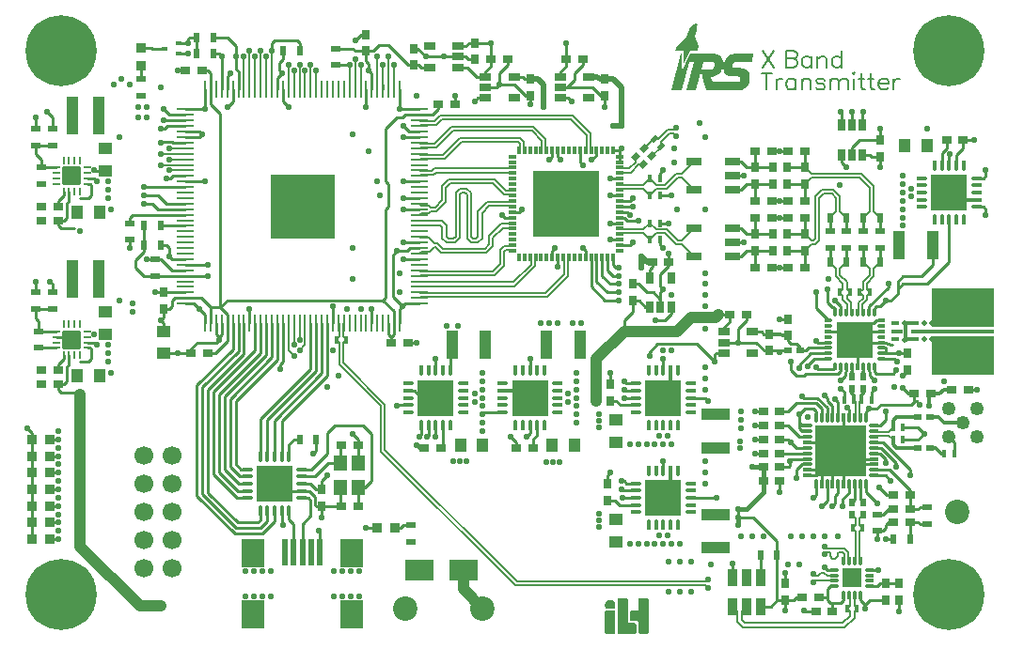
<source format=gtl>
%FSLAX46Y46*%
%MOMM*%
%ADD17C,0.180000*%
%ADD13C,0.200000*%
%ADD14C,0.250000*%
%ADD18C,0.280000*%
%ADD22C,0.300000*%
%ADD15C,0.350000*%
%ADD16C,0.360000*%
%ADD21C,0.400000*%
%ADD19C,0.500000*%
%ADD20C,1.000000*%
%AMPS30*
1,1,1.250000,0.000000,0.000000*
%
%ADD30PS30*%
%AMPS34*
1,1,2.200000,0.000000,0.000000*
%
%ADD34PS34*%
%AMPS113*
1,1,1.700000,0.000000,0.000000*
%
%ADD113PS113*%
%AMPS111*
1,1,1.700000,0.000000,0.000000*
%
%ADD111PS111*%
%AMPS23*
1,1,2.200000,0.000000,0.000000*
%
%ADD23PS23*%
%AMPS112*
1,1,1.700000,0.000000,0.000000*
%
%ADD112PS112*%
%AMPS31*
1,1,1.250000,0.000000,0.000000*
%
%ADD31PS31*%
%AMPS109*
1,1,1.700000,0.000000,0.000000*
%
%ADD109PS109*%
%AMPS29*
1,1,1.250000,0.000000,0.000000*
%
%ADD29PS29*%
%AMPS110*
1,1,1.700000,0.000000,0.000000*
%
%ADD110PS110*%
%AMPS94*
21,1,1.400000,1.200000,0.000000,0.000000,270.000000*
%
%ADD94PS94*%
%AMPS40*
21,1,1.000000,2.500000,0.000000,0.000000,0.000000*
%
%ADD40PS40*%
%AMPS84*
21,1,1.000000,2.500000,0.000000,0.000000,180.000000*
%
%ADD84PS84*%
%AMPS78*
21,1,1.000000,2.500000,0.000000,0.000000,270.000000*
%
%ADD78PS78*%
%AMPS56*
21,1,0.980000,3.400000,0.000000,0.000000,0.000000*
%
%ADD56PS56*%
%AMPS80*
21,1,2.500000,1.800000,0.000000,0.000000,180.000000*
%
%ADD80PS80*%
%AMPS93*
21,1,0.510000,0.400000,0.000000,0.000000,180.000000*
%
%ADD93PS93*%
%AMPS83*
21,1,0.890000,1.600000,0.000000,0.000000,0.000000*
%
%ADD83PS83*%
%AMPS82*
21,1,0.890000,1.600000,0.000000,0.000000,180.000000*
%
%ADD82PS82*%
%AMPS96*
21,1,0.250000,1.450000,0.000000,0.000000,0.000000*
%
%ADD96PS96*%
%AMPS97*
21,1,0.250000,1.450000,0.000000,0.000000,90.000000*
%
%ADD97PS97*%
%AMPS99*
21,1,0.250000,1.450000,0.000000,0.000000,180.000000*
%
%ADD99PS99*%
%AMPS98*
21,1,0.250000,1.450000,0.000000,0.000000,270.000000*
%
%ADD98PS98*%
%AMPS85*
21,1,0.625000,0.850000,0.000000,0.000000,0.000000*
%
%ADD85PS85*%
%AMPS95*
21,1,0.625000,0.850000,0.000000,0.000000,180.000000*
%
%ADD95PS95*%
%AMPS105*
21,1,0.280000,0.686000,0.000000,0.000000,0.000000*
%
%ADD105PS105*%
%AMPS102*
21,1,0.280000,0.686000,0.000000,0.000000,90.000000*
%
%ADD102PS102*%
%AMPS104*
21,1,0.280000,0.686000,0.000000,0.000000,180.000000*
%
%ADD104PS104*%
%AMPS103*
21,1,0.280000,0.686000,0.000000,0.000000,270.000000*
%
%ADD103PS103*%
%AMPS76*
21,1,0.360000,0.710000,0.000000,0.000000,270.000000*
%
%ADD76PS76*%
%AMPS101*
21,1,0.600000,0.500000,0.000000,0.000000,45.000000*
%
%ADD101PS101*%
%AMPS65*
21,1,0.600000,0.500000,0.000000,0.000000,90.000000*
%
%ADD65PS65*%
%AMPS79*
21,1,0.600000,0.500000,0.000000,0.000000,180.000000*
%
%ADD79PS79*%
%AMPS92*
21,1,0.600000,0.500000,0.000000,0.000000,225.000000*
%
%ADD92PS92*%
%AMPS89*
21,1,0.600000,0.500000,0.000000,0.000000,270.000000*
%
%ADD89PS89*%
%AMPS41*
21,1,0.500000,0.900000,0.000000,0.000000,0.000000*
%
%ADD41PS41*%
%AMPS33*
21,1,0.500000,0.900000,0.000000,0.000000,90.000000*
%
%ADD33PS33*%
%AMPS32*
21,1,0.500000,0.900000,0.000000,0.000000,180.000000*
%
%ADD32PS32*%
%AMPS39*
21,1,0.500000,0.900000,0.000000,0.000000,270.000000*
%
%ADD39PS39*%
%AMPS91*
21,1,2.300000,0.500000,0.000000,0.000000,90.000000*
%
%ADD91PS91*%
%AMPS71*
21,1,0.360000,1.000000,0.000000,0.000000,270.000000*
%
%ADD71PS71*%
%AMPS61*
21,1,1.750000,1.750000,0.000000,0.000000,90.000000*
%
%ADD61PS61*%
%AMPS35*
21,1,0.800000,0.750000,0.000000,0.000000,0.000000*
%
%ADD35PS35*%
%AMPS49*
21,1,0.800000,0.750000,0.000000,0.000000,90.000000*
%
%ADD49PS49*%
%AMPS42*
21,1,0.800000,0.750000,0.000000,0.000000,180.000000*
%
%ADD42PS42*%
%AMPS48*
21,1,0.800000,0.750000,0.000000,0.000000,270.000000*
%
%ADD48PS48*%
%AMPS74*
21,1,0.360000,1.065000,0.000000,0.000000,270.000000*
%
%ADD74PS74*%
%AMPS75*
21,1,1.780000,0.410000,0.000000,0.000000,270.000000*
%
%ADD75PS75*%
%AMPS87*
21,1,0.600000,1.100000,0.000000,0.000000,0.000000*
%
%ADD87PS87*%
%AMPS86*
21,1,0.600000,1.100000,0.000000,0.000000,180.000000*
%
%ADD86PS86*%
%AMPS43*
21,1,1.000000,1.250000,0.000000,0.000000,0.000000*
%
%ADD43PS43*%
%AMPS108*
21,1,1.000000,1.250000,0.000000,0.000000,180.000000*
%
%ADD108PS108*%
%AMPS55*
21,1,1.000000,1.250000,0.000000,0.000000,270.000000*
%
%ADD55PS55*%
%AMPS36*
21,1,0.800000,0.800000,0.000000,0.000000,0.000000*
%
%ADD36PS36*%
%AMPS62*
21,1,0.800000,0.800000,0.000000,0.000000,180.000000*
%
%ADD62PS62*%
%AMPS81*
21,1,0.800000,0.800000,0.000000,0.000000,270.000000*
%
%ADD81PS81*%
%AMPS90*
21,1,2.500000,2.000000,0.000000,0.000000,90.000000*
%
%ADD90PS90*%
%AMPS44*
21,1,0.760000,1.400000,0.000000,0.000000,90.000000*
%
%ADD44PS44*%
%AMPS45*
21,1,0.760000,1.400000,0.000000,0.000000,270.000000*
%
%ADD45PS45*%
%AMPS38*
21,1,0.400000,0.600000,0.000000,0.000000,0.000000*
%
%ADD38PS38*%
%AMPS107*
21,1,0.400000,0.600000,0.000000,0.000000,135.000000*
%
%ADD107PS107*%
%AMPS37*
21,1,0.400000,0.600000,0.000000,0.000000,180.000000*
%
%ADD37PS37*%
%AMPS123*
1,1,0.550000,0.000000,0.000000*
%
%ADD123PS123*%
%AMPS131*
1,1,0.500000,0.000000,0.000000*
%
%ADD131PS131*%
%AMPS127*
1,1,0.500000,0.000000,0.000000*
%
%ADD127PS127*%
%AMPS122*
1,1,0.550000,0.000000,0.000000*
%
%ADD122PS122*%
%AMPS129*
1,1,0.500000,0.000000,0.000000*
%
%ADD129PS129*%
%AMPS128*
1,1,0.410000,0.000000,0.000000*
%
%ADD128PS128*%
%AMPS119*
1,1,0.500000,0.000000,0.000000*
%
%ADD119PS119*%
%AMPS124*
1,1,0.550000,0.000000,0.000000*
%
%ADD124PS124*%
%AMPS126*
1,1,0.500000,0.000000,0.000000*
%
%ADD126PS126*%
%AMPS120*
1,1,0.550000,0.000000,0.000000*
%
%ADD120PS120*%
%AMPS125*
1,1,0.550000,0.000000,0.000000*
%
%ADD125PS125*%
%AMPS130*
1,1,0.500000,0.000000,0.000000*
%
%ADD130PS130*%
%AMPS121*
1,1,0.550000,0.000000,0.000000*
%
%ADD121PS121*%
%AMPS70*
21,1,4.500000,4.500000,0.000000,0.000000,90.000000*
%
%ADD70PS70*%
%AMPS72*
21,1,3.500000,5.537200,-0.020000,0.000000,270.000000*
%
%ADD72PS72*%
%AMPS54*
1,1,0.100000,-0.800000,-0.800000*
1,1,0.100000,0.800000,0.800000*
1,1,0.100000,0.800000,-0.800000*
21,1,1.700000,1.600000,0.000000,0.000000,270.000000*
21,1,1.600000,1.700000,0.000000,0.000000,270.000000*
1,1,0.100000,-0.800000,0.800000*
%
%ADD54PS54*%
%AMPS52*
1,1,0.100000,0.075000,-0.250000*
1,1,0.100000,-0.075000,0.250000*
1,1,0.100000,0.075000,0.250000*
21,1,0.250000,0.500000,0.000000,0.000000,0.000000*
21,1,0.150000,0.600000,0.000000,0.000000,0.000000*
1,1,0.100000,-0.075000,-0.250000*
%
%ADD52PS52*%
%AMPS51*
1,1,0.100000,0.250000,0.075000*
1,1,0.100000,-0.250000,-0.075000*
1,1,0.100000,-0.250000,0.075000*
21,1,0.250000,0.500000,0.000000,0.000000,90.000000*
21,1,0.150000,0.600000,0.000000,0.000000,90.000000*
1,1,0.100000,0.250000,-0.075000*
%
%ADD51PS51*%
%AMPS50*
1,1,0.100000,-0.075000,0.250000*
1,1,0.100000,0.075000,-0.250000*
1,1,0.100000,-0.075000,-0.250000*
21,1,0.250000,0.500000,0.000000,0.000000,180.000000*
21,1,0.150000,0.600000,0.000000,0.000000,180.000000*
1,1,0.100000,0.075000,0.250000*
%
%ADD50PS50*%
%AMPS53*
1,1,0.100000,-0.250000,-0.075000*
1,1,0.100000,0.250000,0.075000*
1,1,0.100000,0.250000,-0.075000*
21,1,0.250000,0.500000,0.000000,0.000000,270.000000*
21,1,0.150000,0.600000,0.000000,0.000000,270.000000*
1,1,0.100000,-0.250000,0.075000*
%
%ADD53PS53*%
%AMPS64*
1,1,0.100000,0.250000,-0.500000*
1,1,0.100000,-0.250000,0.500000*
1,1,0.100000,0.250000,0.500000*
21,1,0.600000,1.000000,0.000000,0.000000,0.000000*
21,1,0.500000,1.100000,0.000000,0.000000,0.000000*
1,1,0.100000,-0.250000,-0.500000*
%
%ADD64PS64*%
%AMPS47*
1,1,0.100000,0.500000,0.250000*
1,1,0.100000,-0.500000,-0.250000*
1,1,0.100000,-0.500000,0.250000*
21,1,0.600000,1.000000,0.000000,0.000000,90.000000*
21,1,0.500000,1.100000,0.000000,0.000000,90.000000*
1,1,0.100000,0.500000,-0.250000*
%
%ADD47PS47*%
%AMPS63*
1,1,0.100000,-0.250000,0.500000*
1,1,0.100000,0.250000,-0.500000*
1,1,0.100000,-0.250000,-0.500000*
21,1,0.600000,1.000000,0.000000,0.000000,180.000000*
21,1,0.500000,1.100000,0.000000,0.000000,180.000000*
1,1,0.100000,0.250000,0.500000*
%
%ADD63PS63*%
%AMPS46*
1,1,0.100000,-0.500000,-0.250000*
1,1,0.100000,0.500000,0.250000*
1,1,0.100000,0.500000,-0.250000*
21,1,0.600000,1.000000,0.000000,0.000000,270.000000*
21,1,0.500000,1.100000,0.000000,0.000000,270.000000*
1,1,0.100000,-0.500000,0.250000*
%
%ADD46PS46*%
%AMPS12*
1,1,6.400000,0.000000,0.000000*
%
%ADD12PS12*%
%AMPS10*
1,1,6.400000,0.000000,0.000000*
%
%ADD10PS10*%
%AMPS11*
1,1,6.400000,0.000000,0.000000*
%
%ADD11PS11*%
%AMPS100*
21,1,5.700000,5.700000,0.000000,0.000000,90.000000*
%
%ADD100PS100*%
%AMPS118*
21,1,3.300000,3.300000,0.000000,0.000000,180.000000*
%
%ADD118PS118*%
%AMPS106*
21,1,6.000000,6.000000,0.000000,0.000000,270.000000*
%
%ADD106PS106*%
%AMPS73*
21,1,3.500000,5.537200,0.020000,0.000000,270.000000*
%
%ADD73PS73*%
%AMPS114*
1,1,0.280000,0.000000,0.210000*
21,1,0.280000,0.560000,0.000000,-0.070000,0.000000*
%
%ADD114PS114*%
%AMPS116*
1,1,0.280000,-0.210000,0.000000*
21,1,0.280000,0.560000,0.000000,-0.070000,90.000000*
%
%ADD116PS116*%
%AMPS115*
1,1,0.280000,0.000000,-0.210000*
21,1,0.280000,0.560000,0.000000,-0.070000,180.000000*
%
%ADD115PS115*%
%AMPS117*
1,1,0.280000,0.210000,0.000000*
21,1,0.280000,0.560000,0.000000,-0.070000,270.000000*
%
%ADD117PS117*%
%AMPS57*
1,1,0.300000,0.000000,0.250000*
21,1,0.300000,0.650000,0.000000,-0.075000,0.000000*
%
%ADD57PS57*%
%AMPS60*
1,1,0.300000,-0.250000,0.000000*
21,1,0.300000,0.650000,0.000000,-0.075000,90.000000*
%
%ADD60PS60*%
%AMPS59*
1,1,0.300000,0.000000,-0.250000*
21,1,0.300000,0.650000,0.000000,-0.075000,180.000000*
%
%ADD59PS59*%
%AMPS58*
1,1,0.300000,0.250000,0.000000*
21,1,0.300000,0.650000,0.000000,-0.075000,270.000000*
%
%ADD58PS58*%
%AMPS26*
1,1,0.350000,0.000000,0.325000*
21,1,0.350000,0.825000,0.000000,-0.087500,0.000000*
%
%ADD26PS26*%
%AMPS27*
1,1,0.350000,-0.325000,0.000000*
21,1,0.350000,0.825000,0.000000,-0.087500,90.000000*
%
%ADD27PS27*%
%AMPS25*
1,1,0.350000,0.000000,-0.325000*
21,1,0.350000,0.825000,0.000000,-0.087500,180.000000*
%
%ADD25PS25*%
%AMPS24*
1,1,0.350000,0.325000,0.000000*
21,1,0.350000,0.825000,0.000000,-0.087500,270.000000*
%
%ADD24PS24*%
%AMPS66*
1,1,0.280000,0.000000,0.285000*
21,1,0.280000,0.710000,0.000000,-0.070000,0.000000*
%
%ADD66PS66*%
%AMPS67*
1,1,0.280000,-0.285000,0.000000*
21,1,0.280000,0.710000,0.000000,-0.070000,90.000000*
%
%ADD67PS67*%
%AMPS68*
1,1,0.280000,0.000000,-0.285000*
21,1,0.280000,0.710000,0.000000,-0.070000,180.000000*
%
%ADD68PS68*%
%AMPS69*
1,1,0.280000,0.285000,0.000000*
21,1,0.280000,0.710000,0.000000,-0.070000,270.000000*
%
%ADD69PS69*%
%AMPS28*
21,1,3.150000,3.150000,0.000000,0.000000,90.000000*
%
%ADD28PS28*%
%AMPS88*
21,1,3.150000,3.150000,0.000000,0.000000,180.000000*
%
%ADD88PS88*%
%AMPS77*
21,1,3.150000,3.150000,0.000000,0.000000,270.000000*
%
%ADD77PS77*%
G01*
%LPD*%
G36*
X51904775Y532815D02*
X51869147Y508906D01*
X51825080Y500000D01*
X51112510Y500000D01*
X51068443Y508906D01*
X51032815Y532815D01*
X51008906Y568443D01*
X51000000Y612510D01*
X51000000Y2450190D01*
X51008906Y2493788D01*
X51032815Y2529886D01*
X51068443Y2553795D01*
X51112510Y2562701D01*
X51290653Y2562701D01*
X51468795Y2562701D01*
X51646938Y2562701D01*
X51825080Y2562701D01*
X51869147Y2553795D01*
X51904775Y2529886D01*
X51928684Y2493788D01*
X51937591Y2450190D01*
X51937591Y612510D01*
X51928684Y568443D01*
X51904775Y532815D01*
D02*
G37*
%LPD*%
G36*
X51645063Y3516233D02*
X51558335Y3542016D01*
X51468795Y3550455D01*
X51379255Y3542016D01*
X51292528Y3516233D01*
X51210957Y3473104D01*
X51137356Y3413098D01*
X51077351Y3339496D01*
X51034221Y3257926D01*
X51008437Y3171199D01*
X51000000Y3081658D01*
X51008437Y2992119D01*
X51034221Y2905392D01*
X51077351Y2823821D01*
X51137356Y2750220D01*
X51800234Y2750220D01*
X51860239Y2823821D01*
X51903369Y2905392D01*
X51929153Y2992119D01*
X51937591Y3081658D01*
X51929153Y3171199D01*
X51903369Y3257926D01*
X51860239Y3339496D01*
X51800234Y3413098D01*
X51726633Y3473104D01*
X51645063Y3516233D01*
D02*
G37*
%LPD*%
G36*
X59430000Y53480000D02*
X59112000Y54322000D01*
X59234000Y54831000D01*
X59304000Y55229000D01*
X59315000Y55401000D01*
X59300000Y55531000D01*
X59161000Y55495000D01*
X59014000Y55433000D01*
X58828000Y55306000D01*
X58679000Y55139000D01*
X58376000Y54322000D01*
X57543000Y53538000D01*
X57468000Y53443000D01*
X57414000Y53314000D01*
X57378000Y53192000D01*
X57354000Y53116000D01*
X57356000Y53078000D01*
X57387000Y53056000D01*
X58082000Y53056000D01*
X58082000Y51879000D01*
X58662000Y53056000D01*
X59348000Y53056000D01*
X59430000Y53480000D01*
D02*
G37*
%LPD*%
G36*
X54928978Y568443D02*
X54937886Y612510D01*
X54937886Y3575301D01*
X54928978Y3618899D01*
X54905070Y3654996D01*
X54869441Y3678905D01*
X54825374Y3687812D01*
X54112804Y3687812D01*
X54068738Y3678905D01*
X54033109Y3654996D01*
X54009201Y3618899D01*
X54000293Y3575301D01*
X54000293Y2675213D01*
X53991386Y2631146D01*
X53967478Y2595518D01*
X53931849Y2571609D01*
X53887783Y2562701D01*
X53362731Y2562701D01*
X53318664Y2553795D01*
X53283036Y2529886D01*
X53259127Y2493788D01*
X53250220Y2450190D01*
X53250220Y1737620D01*
X53259127Y1693554D01*
X53283036Y1657925D01*
X53318664Y1634016D01*
X53362731Y1625110D01*
X53493994Y1625110D01*
X53625256Y1625110D01*
X53756520Y1625110D01*
X53887783Y1625110D01*
X53931849Y1616202D01*
X53967478Y1592294D01*
X53991386Y1556196D01*
X54000293Y1512598D01*
X54000293Y612510D01*
X54009201Y568443D01*
X54033109Y532815D01*
X54068738Y508906D01*
X54112804Y500000D01*
X54825374Y500000D01*
X54869441Y508906D01*
X54905070Y532815D01*
X54928978Y568443D01*
D02*
G37*
%LPD*%
G36*
X62370000Y50749000D02*
X62172000Y50778000D01*
X62000000Y50841000D01*
X61896000Y50915000D01*
X61804000Y51014000D01*
X61745000Y51114000D01*
X61704000Y51235000D01*
X61669000Y51439000D01*
X61674000Y51700000D01*
X61713000Y51906000D01*
X61782000Y52120000D01*
X61871000Y52283000D01*
X61978000Y52431000D01*
X62169000Y52596000D01*
X62328000Y52675000D01*
X62491000Y52724000D01*
X62675000Y52744000D01*
X64380000Y52744000D01*
X64241000Y52034000D01*
X62907000Y52034000D01*
X62780000Y52033000D01*
X62668000Y52018000D01*
X62592000Y51977000D01*
X62538000Y51918000D01*
X62504000Y51847000D01*
X62493000Y51757000D01*
X62517000Y51631000D01*
X62572000Y51556000D01*
X62643000Y51516000D01*
X62756000Y51496000D01*
X62986000Y51489000D01*
X63215000Y51482000D01*
X63360000Y51472000D01*
X63516000Y51438000D01*
X63671000Y51375000D01*
X63810000Y51273000D01*
X63902000Y51165000D01*
X63976000Y51024000D01*
X64029000Y50837000D01*
X64049000Y50591000D01*
X64034000Y50379000D01*
X63988000Y50191000D01*
X63915000Y50017000D01*
X63819000Y49872000D01*
X63707000Y49749000D01*
X63585000Y49647000D01*
X63306000Y49509000D01*
X63000000Y49465000D01*
X60105000Y49465000D01*
X59879000Y50322000D01*
X59653000Y51180000D01*
X59673000Y51251000D01*
X59693000Y51323000D01*
X60348000Y51323000D01*
X60571000Y51341000D01*
X60688000Y51384000D01*
X60734000Y51424000D01*
X60783000Y51497000D01*
X60823000Y51592000D01*
X60850000Y51691000D01*
X60863000Y51780000D01*
X60861000Y51860000D01*
X60837000Y51933000D01*
X60798000Y51982000D01*
X60752000Y52015000D01*
X60671000Y52034000D01*
X59836000Y52034000D01*
X59159000Y49465000D01*
X58303000Y49465000D01*
X58972000Y52034000D01*
X58588000Y52034000D01*
X57911000Y49465000D01*
X56973000Y49465000D01*
X57846000Y52744000D01*
X57895000Y52744000D01*
X57895000Y51153000D01*
X58686000Y52744000D01*
X60841000Y52744000D01*
X61123000Y52710000D01*
X61354000Y52601000D01*
X61470000Y52490000D01*
X61563000Y52311000D01*
X61615000Y52105000D01*
X61623000Y51897000D01*
X61597000Y51640000D01*
X61544000Y51414000D01*
X61449000Y51201000D01*
X61351000Y51058000D01*
X61202000Y50921000D01*
X61037000Y50823000D01*
X60706000Y50711000D01*
X60546000Y50680000D01*
X60611000Y50456000D01*
X60676000Y50232000D01*
X62917000Y50232000D01*
X62989000Y50233000D01*
X63068000Y50248000D01*
X63116000Y50279000D01*
X63156000Y50325000D01*
X63182000Y50401000D01*
X63190000Y50493000D01*
X63181000Y50564000D01*
X63154000Y50637000D01*
X63094000Y50697000D01*
X63031000Y50722000D01*
X62969000Y50734000D01*
X62883000Y50741000D01*
X62711000Y50741000D01*
X62370000Y50749000D01*
D02*
G37*
%LPD*%
G36*
X52157925Y532815D02*
X52134016Y568443D01*
X52125110Y612510D01*
X52125110Y3575301D01*
X52134016Y3618899D01*
X52157925Y3654996D01*
X52193554Y3678905D01*
X52237620Y3687812D01*
X52950190Y3687812D01*
X52994257Y3678905D01*
X53029886Y3654996D01*
X53053795Y3618899D01*
X53062701Y3575301D01*
X53062701Y1550102D01*
X53071609Y1506036D01*
X53095518Y1470407D01*
X53131146Y1446498D01*
X53175213Y1437591D01*
X53700264Y1437591D01*
X53744331Y1428684D01*
X53779959Y1404775D01*
X53803868Y1368678D01*
X53812775Y1325080D01*
X53812775Y612510D01*
X53803868Y568443D01*
X53779959Y532815D01*
X53744331Y508906D01*
X53700264Y500000D01*
X52237620Y500000D01*
X52193554Y508906D01*
X52157925Y532815D01*
D02*
G37*
G01*
%LPD*%
D13*
X65571428Y49535716D02*
X65571428Y51035716D01*
D13*
X66071428Y51035716D02*
X65071428Y51035716D01*
D13*
X66428572Y49535716D02*
X66428572Y50535716D01*
D13*
X66500000Y50321428D02*
X66428572Y50107144D01*
D13*
X66642856Y50464284D02*
X66500000Y50321428D01*
D13*
X66785716Y50535716D02*
X66642856Y50464284D01*
D13*
X67000000Y50535716D02*
X66785716Y50535716D01*
D13*
X68142856Y49535716D02*
X68142856Y50535716D01*
D13*
X68000000Y50464284D02*
X68142856Y50321428D01*
D13*
X67857144Y50535716D02*
X68000000Y50464284D01*
D13*
X67642856Y50535716D02*
X67857144Y50535716D01*
D13*
X67500000Y50464284D02*
X67642856Y50535716D01*
D13*
X67357144Y50321428D02*
X67500000Y50464284D01*
D13*
X67285712Y50107144D02*
X67357144Y50321428D01*
D13*
X67285712Y49964284D02*
X67285712Y50107144D01*
D13*
X67357144Y49750000D02*
X67285712Y49964284D01*
D13*
X67500000Y49607144D02*
X67357144Y49750000D01*
D13*
X67642856Y49535716D02*
X67500000Y49607144D01*
D13*
X67857144Y49535716D02*
X67642856Y49535716D01*
D13*
X68000000Y49607144D02*
X67857144Y49535716D01*
D13*
X68142856Y49750000D02*
X68000000Y49607144D01*
D13*
X68714288Y49535716D02*
X68714288Y50535716D01*
D13*
X68928568Y50464284D02*
X68714288Y50250000D01*
D13*
X69071432Y50535716D02*
X68928568Y50464284D01*
D13*
X69285712Y50535716D02*
X69071432Y50535716D01*
D13*
X69428568Y50464284D02*
X69285712Y50535716D01*
D13*
X69500000Y50250000D02*
X69428568Y50464284D01*
D13*
X69500000Y49535716D02*
X69500000Y50250000D01*
D13*
X70714288Y50464284D02*
X70785712Y50321428D01*
D13*
X70500000Y50535716D02*
X70714288Y50464284D01*
D13*
X70285712Y50535716D02*
X70500000Y50535716D01*
D13*
X70071432Y50464284D02*
X70285712Y50535716D01*
D13*
X70000000Y50321428D02*
X70071432Y50464284D01*
D13*
X70071432Y50178572D02*
X70000000Y50321428D01*
D13*
X70214288Y50107144D02*
X70071432Y50178572D01*
D13*
X70571432Y50035716D02*
X70214288Y50107144D01*
D13*
X70714288Y49964284D02*
X70571432Y50035716D01*
D13*
X70785712Y49821428D02*
X70714288Y49964284D01*
D13*
X70785712Y49750000D02*
X70785712Y49821428D01*
D13*
X70714288Y49607144D02*
X70785712Y49750000D01*
D13*
X70500000Y49535716D02*
X70714288Y49607144D01*
D13*
X70285712Y49535716D02*
X70500000Y49535716D01*
D13*
X70071432Y49607144D02*
X70285712Y49535716D01*
D13*
X70000000Y49750000D02*
X70071432Y49607144D01*
D13*
X71285712Y49535716D02*
X71285712Y50535716D01*
D13*
X71500000Y50464284D02*
X71285712Y50250000D01*
D13*
X71642856Y50535716D02*
X71500000Y50464284D01*
D13*
X71857144Y50535716D02*
X71642856Y50535716D01*
D13*
X72000000Y50464284D02*
X71857144Y50535716D01*
D13*
X72071432Y50250000D02*
X72000000Y50464284D01*
D13*
X72071432Y49535716D02*
X72071432Y50250000D01*
D13*
X72285712Y50464284D02*
X72071432Y50250000D01*
D13*
X72428568Y50535716D02*
X72285712Y50464284D01*
D13*
X72642856Y50535716D02*
X72428568Y50535716D01*
D13*
X72785712Y50464284D02*
X72642856Y50535716D01*
D13*
X72857144Y50250000D02*
X72785712Y50464284D01*
D13*
X72857144Y49535716D02*
X72857144Y50250000D01*
D13*
X73428568Y50964284D02*
X73357144Y51035716D01*
D13*
X73500000Y51035716D02*
X73428568Y50964284D01*
D13*
X73428568Y51107144D02*
X73500000Y51035716D01*
D13*
X73357144Y51035716D02*
X73428568Y51107144D01*
D13*
X73428568Y49535716D02*
X73428568Y50535716D01*
D13*
X74071424Y49821428D02*
X74071424Y51035716D01*
D13*
X74142856Y49607144D02*
X74071424Y49821428D01*
D13*
X74285712Y49535716D02*
X74142856Y49607144D01*
D13*
X74428568Y49535716D02*
X74285712Y49535716D01*
D13*
X74357144Y50535716D02*
X73857144Y50535716D01*
D13*
X74928568Y49821428D02*
X74928568Y51035716D01*
D13*
X75000000Y49607144D02*
X74928568Y49821428D01*
D13*
X75142856Y49535716D02*
X75000000Y49607144D01*
D13*
X75285712Y49535716D02*
X75142856Y49535716D01*
D13*
X75214288Y50535716D02*
X74714288Y50535716D01*
D13*
X76500000Y50107144D02*
X75642856Y50107144D01*
D13*
X76500000Y50250000D02*
X76500000Y50107144D01*
D13*
X76428568Y50392856D02*
X76500000Y50250000D01*
D13*
X76357144Y50464284D02*
X76428568Y50392856D01*
D13*
X76214288Y50535716D02*
X76357144Y50464284D01*
D13*
X76000000Y50535716D02*
X76214288Y50535716D01*
D13*
X75857144Y50464284D02*
X76000000Y50535716D01*
D13*
X75714288Y50321428D02*
X75857144Y50464284D01*
D13*
X75642856Y50107144D02*
X75714288Y50321428D01*
D13*
X75642856Y49964284D02*
X75642856Y50107144D01*
D13*
X75714288Y49750000D02*
X75642856Y49964284D01*
D13*
X75857144Y49607144D02*
X75714288Y49750000D01*
D13*
X76000000Y49535716D02*
X75857144Y49607144D01*
D13*
X76214288Y49535716D02*
X76000000Y49535716D01*
D13*
X76357144Y49607144D02*
X76214288Y49535716D01*
D13*
X76500000Y49750000D02*
X76357144Y49607144D01*
D13*
X77000000Y49535716D02*
X77000000Y50535716D01*
D13*
X77071424Y50321428D02*
X77000000Y50107144D01*
D13*
X77214288Y50464284D02*
X77071424Y50321428D01*
D13*
X77357144Y50535716D02*
X77214288Y50464284D01*
D13*
X77571424Y50535716D02*
X77357144Y50535716D01*
D13*
X66214284Y51535716D02*
X65214284Y53035716D01*
D13*
X65214284Y51535716D02*
X66214284Y53035716D01*
D13*
X67285712Y51535716D02*
X67285712Y53035716D01*
D13*
X67928568Y53035716D02*
X67285712Y53035716D01*
D13*
X68142856Y52964284D02*
X67928568Y53035716D01*
D13*
X68214288Y52892856D02*
X68142856Y52964284D01*
D13*
X68285712Y52750000D02*
X68214288Y52892856D01*
D13*
X68285712Y52607144D02*
X68285712Y52750000D01*
D13*
X68214288Y52464284D02*
X68285712Y52607144D01*
D13*
X68142856Y52392856D02*
X68214288Y52464284D01*
D13*
X67928568Y52321428D02*
X68142856Y52392856D01*
D13*
X67928568Y52321428D02*
X67285712Y52321428D01*
D13*
X68142856Y52250000D02*
X67928568Y52321428D01*
D13*
X68214288Y52178572D02*
X68142856Y52250000D01*
D13*
X68285712Y52035716D02*
X68214288Y52178572D01*
D13*
X68285712Y51821428D02*
X68285712Y52035716D01*
D13*
X68214288Y51678572D02*
X68285712Y51821428D01*
D13*
X68142856Y51607144D02*
X68214288Y51678572D01*
D13*
X67928568Y51535716D02*
X68142856Y51607144D01*
D13*
X67285712Y51535716D02*
X67928568Y51535716D01*
D13*
X69571432Y51535716D02*
X69571432Y52535716D01*
D13*
X69428568Y52464284D02*
X69571432Y52321428D01*
D13*
X69285712Y52535716D02*
X69428568Y52464284D01*
D13*
X69071432Y52535716D02*
X69285712Y52535716D01*
D13*
X68928568Y52464284D02*
X69071432Y52535716D01*
D13*
X68785712Y52321428D02*
X68928568Y52464284D01*
D13*
X68714288Y52107144D02*
X68785712Y52321428D01*
D13*
X68714288Y51964284D02*
X68714288Y52107144D01*
D13*
X68785712Y51750000D02*
X68714288Y51964284D01*
D13*
X68928568Y51607144D02*
X68785712Y51750000D01*
D13*
X69071432Y51535716D02*
X68928568Y51607144D01*
D13*
X69285712Y51535716D02*
X69071432Y51535716D01*
D13*
X69428568Y51607144D02*
X69285712Y51535716D01*
D13*
X69571432Y51750000D02*
X69428568Y51607144D01*
D13*
X70142856Y51535716D02*
X70142856Y52535716D01*
D13*
X70357144Y52464284D02*
X70142856Y52250000D01*
D13*
X70500000Y52535716D02*
X70357144Y52464284D01*
D13*
X70714288Y52535716D02*
X70500000Y52535716D01*
D13*
X70857144Y52464284D02*
X70714288Y52535716D01*
D13*
X70928568Y52250000D02*
X70857144Y52464284D01*
D13*
X70928568Y51535716D02*
X70928568Y52250000D01*
D13*
X72285712Y51535716D02*
X72285712Y53035716D01*
D13*
X72142856Y52464284D02*
X72285712Y52321428D01*
D13*
X72000000Y52535716D02*
X72142856Y52464284D01*
D13*
X71785712Y52535716D02*
X72000000Y52535716D01*
D13*
X71642856Y52464284D02*
X71785712Y52535716D01*
D13*
X71500000Y52321428D02*
X71642856Y52464284D01*
D13*
X71428568Y52107144D02*
X71500000Y52321428D01*
D13*
X71428568Y51964284D02*
X71428568Y52107144D01*
D13*
X71500000Y51750000D02*
X71428568Y51964284D01*
D13*
X71642856Y51607144D02*
X71500000Y51750000D01*
D13*
X71785712Y51535716D02*
X71642856Y51607144D01*
D13*
X72000000Y51535716D02*
X71785712Y51535716D01*
D13*
X72142856Y51607144D02*
X72000000Y51535716D01*
D13*
X72285712Y51750000D02*
X72142856Y51607144D01*
D14*
X10500000Y34250000D02*
X9750000Y34250000D01*
D14*
X18500000Y28450000D02*
X18500000Y25731658D01*
D14*
X55250000Y33525000D02*
X55050000Y33325000D01*
D14*
X20500000Y28450000D02*
X20500000Y25610298D01*
D13*
X73925000Y20050000D02*
X73925000Y21425000D01*
D13*
X42588000Y37425000D02*
X41677512Y37425000D01*
D13*
X42663000Y37000000D02*
X42588000Y37075000D01*
D15*
X65750000Y27500000D02*
X66800000Y27500000D01*
D13*
X52337000Y36500000D02*
X52412000Y36575000D01*
D14*
X80500000Y33734388D02*
X79515612Y32750000D01*
D13*
X69975000Y5325000D02*
X69775000Y5125000D01*
D16*
X76950000Y17550000D02*
X77250000Y17250000D01*
D14*
X66000000Y33500000D02*
X66750000Y33500000D01*
D14*
X66750000Y44000000D02*
X67500000Y44000000D01*
D14*
X8750000Y33500000D02*
X9500000Y32750000D01*
D17*
X28500000Y49550000D02*
X28500000Y52250000D01*
D14*
X41500000Y50000000D02*
X42880346Y50000000D01*
D13*
X69777512Y35925000D02*
X69925000Y36072488D01*
D14*
X19950000Y16400000D02*
X19950000Y19821360D01*
D14*
X51500000Y32000000D02*
X52250000Y32000000D01*
D14*
X44250000Y50500000D02*
X43775000Y50500000D01*
D18*
X70500000Y14025000D02*
X70500000Y15250000D01*
D13*
X72425000Y30975000D02*
X72425000Y30577512D01*
D14*
X76575010Y23925010D02*
X76925010Y23925010D01*
D14*
X17812940Y10000000D02*
X20000000Y10000000D01*
D14*
X66500000Y3500000D02*
X67250000Y3500000D01*
D13*
X72582844Y1050000D02*
X73450000Y1917156D01*
D14*
X83750000Y22500000D02*
X84500000Y22500000D01*
D14*
X14500000Y29750000D02*
X15000000Y29250000D01*
D14*
X25000000Y13500000D02*
X24500000Y14000000D01*
D14*
X64500000Y33500000D02*
X64500000Y35000000D01*
D14*
X56250000Y24150000D02*
X56250000Y25250000D01*
D17*
X13200000Y43750000D02*
X11000000Y43750000D01*
D14*
X18000000Y14000000D02*
X18850000Y14000000D01*
D14*
X13200000Y38750000D02*
X10750000Y38750000D01*
D13*
X38925000Y36279578D02*
X39105701Y36098877D01*
D14*
X54750000Y31250000D02*
X54000000Y32000000D01*
D13*
X41822488Y37075000D02*
X40925000Y36177512D01*
D13*
X72750000Y34000000D02*
X72175000Y33425000D01*
D14*
X20600000Y19764240D02*
X25000000Y24164240D01*
D14*
X21660001Y51274999D02*
X21660001Y51910001D01*
D13*
X60050000Y4825000D02*
X60250000Y4625000D01*
D13*
X37960725Y40608213D02*
X38539275Y40608213D01*
D14*
X9250000Y53300000D02*
X10200000Y53300000D01*
D14*
X30630753Y53518755D02*
X31481205Y53518755D01*
D14*
X47600000Y49749960D02*
X48250000Y50399960D01*
D14*
X65250000Y20500000D02*
X64500000Y20500000D01*
D14*
X52375000Y21100000D02*
X53850000Y21100000D01*
D14*
X24900000Y14650000D02*
X23650000Y14650000D01*
D18*
X67500000Y19250000D02*
X66750000Y19250000D01*
D14*
X11250000Y29000000D02*
X11000000Y28750000D01*
D13*
X59035000Y43020000D02*
X57940000Y41925000D01*
D13*
X41925000Y33677512D02*
X41072488Y32825000D01*
D14*
X71000000Y6250000D02*
X70750000Y6500000D01*
D14*
X14025000Y30750000D02*
X13200000Y30750000D01*
D14*
X80500000Y35500000D02*
X80500000Y33734388D01*
D14*
X16373226Y29886410D02*
X16373226Y47376774D01*
D14*
X17250000Y15542880D02*
X17250000Y21653178D01*
D14*
X31481205Y53518755D02*
X33249960Y51750000D01*
D14*
X30000000Y18500000D02*
X30000000Y14250000D01*
D14*
X12000000Y30000000D02*
X11750000Y29750000D01*
D13*
X49675000Y44162000D02*
X49750000Y44087000D01*
D14*
X73000000Y20635566D02*
X72782418Y20853148D01*
D14*
X30000000Y49550000D02*
X30000000Y51000000D01*
D16*
X77250000Y17250000D02*
X78500000Y17250000D01*
D13*
X40322488Y34825000D02*
X36270870Y34825000D01*
D17*
X31500000Y49550000D02*
X31500000Y52500000D01*
D14*
X21500000Y50565000D02*
X21935000Y51000000D01*
D14*
X22000000Y28450000D02*
X22000000Y24988938D01*
D14*
X75750000Y42500000D02*
X75750000Y43500000D01*
D14*
X-250000Y29750000D02*
X1250000Y29750000D01*
D14*
X28800000Y13650000D02*
X28800000Y12800000D01*
D14*
X75900000Y28750000D02*
X75450000Y28750000D01*
D14*
X19000000Y28450000D02*
X19000000Y29750000D01*
D14*
X38700000Y52250000D02*
X39250000Y52250000D01*
D14*
X66750000Y38000000D02*
X67500000Y38000000D01*
D13*
X72575000Y7677512D02*
X72427512Y7825000D01*
D14*
X77850000Y32000000D02*
X77350000Y31500000D01*
D14*
X-550000Y18000000D02*
X-550000Y18549969D01*
D13*
X73825000Y30322488D02*
X73825000Y29475000D01*
D16*
X81500000Y19500000D02*
X83250000Y19500000D01*
D14*
X77350000Y31500000D02*
X77350000Y32250000D01*
D13*
X38960725Y35748877D02*
X39539275Y35748877D01*
D13*
X75175000Y40822488D02*
X75175000Y38575000D01*
D14*
X34300000Y39750000D02*
X32822488Y39750000D01*
D14*
X23250000Y54000000D02*
X21250000Y54000000D01*
D14*
X68250000Y26600000D02*
X68550000Y26300000D01*
D14*
X21660001Y51910001D02*
X22000000Y52250000D01*
D13*
X34375000Y31825000D02*
X42872488Y31825000D01*
D14*
X33475000Y35250000D02*
X33225000Y35000000D01*
D13*
X37506220Y35748877D02*
X37925000Y36167657D01*
D14*
X2500000Y38000000D02*
X2250000Y37750000D01*
D17*
X22500000Y49550000D02*
X22500000Y51750000D01*
D13*
X36675000Y40677512D02*
X36675000Y39395019D01*
D14*
X30000000Y28450000D02*
X30000000Y29750000D01*
D14*
X65000000Y6750000D02*
X65000000Y7600000D01*
D14*
X74707019Y3325020D02*
X74432020Y3050021D01*
D14*
X46250000Y34413000D02*
X46250000Y35000000D01*
D14*
X32000000Y27500000D02*
X32000000Y28450000D01*
D14*
X50250000Y43644000D02*
X49856000Y43250000D01*
D19*
X55250000Y34000000D02*
X54750000Y34000000D01*
D14*
X38575000Y51550000D02*
X39425000Y50700000D01*
D14*
X31500000Y41000001D02*
X31500000Y39000000D01*
D14*
X52554985Y12750000D02*
X52536657Y12768328D01*
D14*
X65020000Y5550000D02*
X65020000Y6730000D01*
D14*
X66750000Y39500000D02*
X67500000Y39500000D01*
D13*
X34375000Y44325000D02*
X34300000Y44250000D01*
D14*
X11249992Y27749944D02*
X11249992Y28500008D01*
D14*
X15500000Y29886410D02*
X14636410Y30750000D01*
D14*
X4999944Y42237989D02*
X5999992Y42237989D01*
D14*
X32000000Y29560002D02*
X32000000Y28450000D01*
D14*
X43000000Y17733384D02*
X42488827Y18244557D01*
D16*
X80750000Y17250000D02*
X81250000Y16750000D01*
D14*
X24500000Y39750000D02*
X23750000Y39000000D01*
D17*
X30500000Y49550000D02*
X30500000Y52500000D01*
D14*
X65950000Y2950000D02*
X66500000Y3500000D01*
D14*
X19500000Y28450000D02*
X19500000Y26024538D01*
D14*
X21900000Y11600000D02*
X21900000Y10350000D01*
D13*
X71750000Y5250000D02*
X71675000Y5325000D01*
D14*
X1050000Y12000000D02*
X1750000Y12000000D01*
D16*
X73250000Y24100000D02*
X73250000Y23625000D01*
D14*
X1750000Y37250000D02*
X2000000Y37000000D01*
D13*
X75750000Y34000000D02*
X75175000Y33425000D01*
D14*
X73500000Y27000000D02*
X74000000Y26500000D01*
D14*
X10750000Y40000000D02*
X11500000Y39250000D01*
D14*
X71024999Y21497821D02*
X71500000Y21022820D01*
D13*
X38072488Y44825000D02*
X36572488Y43325000D01*
D13*
X71750000Y5750000D02*
X71675000Y5675000D01*
D13*
X70672488Y40150000D02*
X71427512Y40150000D01*
D13*
X69575000Y35575000D02*
X69922488Y35575000D01*
D20*
X58725001Y28975001D02*
X57500000Y27750000D01*
D13*
X71175000Y7825000D02*
X71250000Y7750000D01*
D13*
X34375000Y32175000D02*
X42727512Y32175000D01*
D13*
X56572488Y36925000D02*
X55625000Y36925000D01*
D13*
X71572488Y40500000D02*
X72175000Y39897488D01*
D14*
X52250000Y32750000D02*
X51750000Y32750000D01*
D13*
X41677512Y37425000D02*
X40575000Y36322488D01*
D14*
X70750000Y22000000D02*
X71024999Y21725001D01*
D14*
X67500000Y27350000D02*
X67500000Y26850000D01*
D14*
X56000000Y29950000D02*
X56000000Y30600000D01*
D14*
X77491752Y25750000D02*
X77504056Y25762304D01*
D14*
X78500000Y13000000D02*
X78500000Y11750000D01*
D16*
X73425000Y21975000D02*
X73250000Y22150000D01*
D16*
X74250000Y24100000D02*
X74250000Y23625000D01*
D14*
X72250000Y24178650D02*
X72001372Y23930022D01*
D14*
X72250000Y29850000D02*
X72250000Y30000000D01*
D17*
X28000000Y49550000D02*
X28000000Y51750000D01*
D17*
X19000000Y49550000D02*
X19000000Y53000000D01*
D14*
X75750000Y5000000D02*
X75500000Y4750000D01*
D14*
X78237696Y25762304D02*
X78250000Y25750000D01*
D14*
X16250000Y27250000D02*
X16250000Y27000000D01*
D14*
X51000000Y48000000D02*
X51000000Y48999960D01*
D16*
X73425000Y21575000D02*
X73425000Y21975000D01*
D14*
X78500000Y15272820D02*
X78500000Y14750000D01*
D13*
X36358213Y36134444D02*
X36743780Y35748877D01*
D14*
X23750000Y7850000D02*
X23750000Y10350000D01*
D14*
X22000000Y49550000D02*
X22000000Y48500000D01*
D13*
X42663000Y40000000D02*
X42588000Y40075000D01*
D14*
X52337000Y41500000D02*
X51500000Y41500000D01*
D14*
X68750000Y18750000D02*
X68500000Y19000000D01*
D14*
X16250000Y52750000D02*
X16500000Y52500000D01*
D13*
X40572488Y39075000D02*
X42588000Y39075000D01*
D18*
X73000000Y16250000D02*
X72250000Y17000000D01*
D14*
X34300000Y45750000D02*
X33322488Y45750000D01*
D14*
X12138002Y41750000D02*
X11888002Y41500000D01*
D14*
X78500000Y15272820D02*
X76022820Y17750000D01*
D14*
X82000000Y43651470D02*
X82049265Y43700735D01*
D14*
X19750000Y10500000D02*
X17949350Y10500000D01*
D14*
X68250000Y23750000D02*
X67750000Y24250000D01*
D14*
X66750000Y33500000D02*
X67500000Y33500000D01*
D14*
X69375588Y26250000D02*
X69125588Y26000000D01*
D14*
X75250000Y24600000D02*
X75250000Y24125019D01*
D13*
X74850000Y31250000D02*
X74575000Y30975000D01*
D13*
X27075000Y28375000D02*
X27000000Y28450000D01*
D18*
X72250000Y17000000D02*
X70040010Y14790010D01*
D14*
X14250008Y12926522D02*
X14250008Y22881764D01*
D14*
X11000000Y37250000D02*
X13200000Y37250000D01*
D14*
X9500000Y35500000D02*
X9500000Y34950000D01*
D14*
X15500000Y48250000D02*
X15500000Y49550000D01*
D14*
X79375000Y11875000D02*
X79250000Y11750000D01*
D14*
X76250000Y16250000D02*
X76250000Y15850000D01*
D13*
X73575000Y10875000D02*
X73250000Y11200000D01*
D14*
X27200000Y17450000D02*
X27250000Y17500000D01*
D14*
X74250000Y38000000D02*
X74250000Y36750000D01*
D14*
X76250000Y10000000D02*
X76250000Y10250000D01*
D14*
X71100000Y25250000D02*
X69851976Y25250000D01*
D14*
X1250000Y32000000D02*
X1000000Y32250000D01*
D14*
X77850000Y19050000D02*
X79200000Y19050000D01*
D14*
X1750000Y23011955D02*
X1750000Y22511955D01*
D14*
X21900000Y13350000D02*
X21250000Y14000000D01*
D14*
X8250000Y38000000D02*
X8250000Y37500000D01*
D14*
X26000000Y18572488D02*
X26677512Y19250000D01*
D17*
X20500000Y49550000D02*
X20500000Y52500000D01*
D14*
X56900000Y22400000D02*
X56250000Y21750000D01*
D13*
X52337000Y37000000D02*
X52412000Y36925000D01*
D14*
X51250000Y12500000D02*
X51916983Y12500000D01*
D14*
X74000000Y14025000D02*
X74000000Y12550000D01*
D14*
X74200000Y47450000D02*
X74250000Y47500000D01*
D14*
X16373226Y29886410D02*
X17016817Y30530001D01*
D13*
X37927512Y45175000D02*
X36427512Y43675000D01*
D13*
X37177512Y46175000D02*
X35677512Y44675000D01*
D13*
X70275000Y35927512D02*
X70275000Y39752512D01*
D14*
X16373226Y29886410D02*
X15500000Y29886410D01*
D14*
X60000000Y21750000D02*
X60250000Y21500000D01*
D13*
X40427512Y39425000D02*
X42588000Y39425000D01*
D13*
X38925000Y40222488D02*
X38925000Y36279578D01*
D13*
X57940000Y35575000D02*
X57427512Y35575000D01*
D14*
X63000000Y27400000D02*
X63000000Y28000000D01*
D13*
X38575000Y40077512D02*
X38575000Y36134602D01*
D13*
X42072488Y40425000D02*
X41072488Y41425000D01*
D17*
X23500000Y49550000D02*
X23500000Y51750000D01*
D14*
X15750000Y52750000D02*
X16250000Y52750000D01*
D13*
X34444990Y34894990D02*
X34300000Y34750000D01*
D14*
X3750000Y25000000D02*
X4500000Y25000000D01*
D13*
X56572488Y40575000D02*
X55625000Y40575000D01*
D14*
X25350000Y9650000D02*
X25250000Y9750000D01*
D14*
X16500000Y27500000D02*
X16500000Y28450000D01*
D13*
X41925000Y34927512D02*
X41925000Y33677512D01*
D14*
X70149990Y24360032D02*
X70000000Y24510022D01*
D13*
X36888756Y36098877D02*
X37361244Y36098877D01*
D13*
X42663000Y35000000D02*
X42588000Y35075000D01*
D19*
X51750000Y46250000D02*
X52500000Y46250000D01*
D14*
X56900000Y13400000D02*
X56250000Y12750000D01*
D20*
X50250000Y25250000D02*
X52750000Y27750000D01*
D13*
X35120274Y39105010D02*
X35300284Y38925000D01*
D13*
X41575000Y33822488D02*
X40927512Y33175000D01*
D14*
X41500000Y50000000D02*
X41500000Y51000000D01*
D13*
X70950000Y7825000D02*
X70750000Y7625000D01*
D14*
X51750000Y32750000D02*
X51250000Y33250000D01*
D21*
X63750000Y11750000D02*
X65250000Y13250000D01*
D13*
X54475000Y40575000D02*
X55050000Y40000000D01*
D14*
X72350000Y12600000D02*
X73000000Y13250000D01*
D14*
X52316983Y12100000D02*
X53850000Y12100000D01*
D14*
X23500000Y53000000D02*
X23500000Y53750000D01*
D14*
X15250000Y13199350D02*
X15250000Y22481658D01*
D13*
X74225000Y30975000D02*
X74225000Y30722488D01*
D13*
X40927512Y33175000D02*
X34375000Y33175000D01*
D18*
X75225000Y15750000D02*
X73500000Y15750000D01*
D13*
X74825000Y38575000D02*
X74250000Y38000000D01*
D14*
X76250000Y25750000D02*
X77491752Y25750000D01*
D14*
X55711093Y26600001D02*
X55000000Y25888908D01*
D14*
X81350000Y43850000D02*
X81750000Y44250000D01*
D14*
X1750000Y10500000D02*
X1050000Y10500000D01*
D13*
X26800000Y27000000D02*
X27075000Y27275000D01*
D13*
X72925000Y7822488D02*
X72572488Y8175000D01*
D13*
X39925000Y36134602D02*
X39925000Y38427512D01*
D14*
X63750000Y28750000D02*
X63750000Y29250000D01*
D14*
X28800000Y12800000D02*
X28750000Y12750000D01*
D14*
X2750000Y42000000D02*
X3000000Y41750000D01*
D14*
X56000000Y30600000D02*
X55350000Y31250000D01*
D13*
X44675000Y34338000D02*
X44750000Y34413000D01*
D14*
X33850000Y22400000D02*
X34500000Y21750000D01*
D14*
X16500000Y49550000D02*
X16500000Y52500000D01*
D14*
X17500000Y49550000D02*
X17500000Y48500000D01*
D17*
X24000000Y26500000D02*
X23500000Y26000000D01*
D20*
X50250000Y22250000D02*
X50250000Y21500000D01*
D13*
X72417156Y1450000D02*
X73050000Y2082844D01*
D14*
X56250000Y15150000D02*
X56250000Y16000000D01*
D14*
X55950000Y37500000D02*
X56750000Y37500000D01*
D14*
X56400000Y28750000D02*
X55500000Y28750000D01*
D14*
X26750000Y51750000D02*
X28000000Y51750000D01*
D14*
X4750000Y40899999D02*
X4649999Y41000000D01*
D14*
X51975000Y21500000D02*
X52375000Y21100000D01*
D14*
X13200000Y41750000D02*
X12138002Y41750000D01*
D13*
X69925000Y36072488D02*
X69925000Y39897488D01*
D14*
X1750000Y13500000D02*
X1050000Y13500000D01*
D13*
X71750000Y7200000D02*
X71500000Y7200000D01*
D14*
X66750000Y15500000D02*
X67568899Y15500000D01*
D14*
X70000000Y21250000D02*
X68250000Y21250000D01*
D18*
X70040010Y14790010D02*
X69790010Y14790010D01*
D22*
X80149999Y21949999D02*
X80350000Y22150000D01*
D14*
X75250000Y29400000D02*
X75250000Y29850000D01*
D13*
X37322488Y45825000D02*
X35822488Y44325000D01*
D14*
X78874999Y21424999D02*
X78850000Y21400000D01*
D14*
X13500000Y54138908D02*
X13500000Y53750000D01*
D13*
X74575000Y32077512D02*
X74575000Y31525000D01*
D13*
X69922488Y35575000D02*
X70275000Y35927512D01*
D14*
X22950000Y10350000D02*
X22550000Y10750000D01*
D14*
X72524999Y22275001D02*
X72250000Y22550000D01*
D14*
X77250000Y15500000D02*
X77250000Y15886410D01*
D14*
X28500000Y53000000D02*
X28250000Y53250000D01*
D13*
X70275000Y39752512D02*
X70672488Y40150000D01*
D14*
X8250000Y36000000D02*
X8250000Y35250000D01*
D14*
X21000000Y25403178D02*
X21000000Y28450000D01*
D14*
X56750000Y34000000D02*
X56750000Y34750000D01*
D14*
X25025000Y12000000D02*
X24927010Y12097990D01*
D18*
X69275000Y14750000D02*
X69750000Y14750000D01*
D14*
X24500000Y26000000D02*
X24500000Y28450000D01*
D14*
X13200000Y34250000D02*
X12000000Y34250000D01*
D14*
X74500000Y14025000D02*
X74500000Y13250000D01*
D14*
X78250000Y24250000D02*
X78250000Y24189791D01*
D14*
X21250000Y11600000D02*
X21250000Y10613589D01*
D14*
X68250000Y3750000D02*
X68000000Y3500000D01*
D14*
X75224999Y28524999D02*
X75024999Y28524999D01*
D13*
X56055634Y44348528D02*
X55242461Y43535355D01*
D14*
X53850000Y13400000D02*
X52650000Y13400000D01*
D13*
X55419238Y45055634D02*
X55808146Y45055634D01*
D14*
X71600001Y29899999D02*
X71450001Y29899999D01*
D14*
X72674990Y23774990D02*
X72674990Y24059626D01*
D14*
X75500000Y4750000D02*
X75250000Y4750000D01*
D14*
X17000000Y50750000D02*
X17250000Y51000000D01*
D13*
X42663000Y42000000D02*
X42588000Y42075000D01*
D13*
X26800000Y27000000D02*
X27075000Y26725000D01*
D13*
X71250000Y34000000D02*
X71825000Y33425000D01*
D14*
X43963343Y18268328D02*
X44250000Y18554985D01*
D14*
X82000000Y37850000D02*
X82000000Y34000000D01*
D13*
X44675000Y33627512D02*
X44675000Y34338000D01*
D14*
X17500000Y26131756D02*
X17500000Y28450000D01*
D14*
X75225000Y14750000D02*
X76250000Y14750000D01*
D22*
X81150000Y22150000D02*
X81500000Y22500000D01*
D19*
X45500000Y50000000D02*
X45000000Y50500000D01*
D13*
X43675000Y44822488D02*
X43322488Y45175000D01*
D14*
X2250000Y25600000D02*
X2250000Y25261955D01*
D13*
X72925000Y7075000D02*
X72925000Y7822488D01*
D14*
X52650000Y13400000D02*
X52532609Y13517391D01*
D14*
X52337000Y43000000D02*
X52337000Y43500000D01*
D14*
X1750000Y22511955D02*
X2000000Y22261955D01*
D14*
X-250000Y43738045D02*
X-250000Y44500000D01*
D19*
X51750000Y50499960D02*
X51000000Y50499960D01*
D14*
X74975001Y22275001D02*
X75250000Y22550000D01*
D14*
X71100000Y25750000D02*
X69511998Y25750000D01*
D13*
X73500000Y4000000D02*
X73450000Y3950000D01*
D13*
X72175000Y39897488D02*
X72175000Y38575000D01*
D14*
X71000000Y4500000D02*
X71250000Y4750000D01*
D14*
X52337000Y40000000D02*
X51500000Y40000000D01*
D13*
X57940000Y35925000D02*
X57572488Y35925000D01*
D13*
X42588000Y37075000D02*
X41822488Y37075000D01*
D13*
X55050000Y41500000D02*
X55625000Y40925000D01*
D14*
X76750000Y30500000D02*
X76250000Y30500000D01*
D13*
X71002230Y5675000D02*
X70732231Y5944999D01*
D14*
X33500000Y10250000D02*
X32875000Y10250000D01*
D14*
X74000000Y12550000D02*
X74250000Y12300000D01*
D13*
X36325000Y40822488D02*
X36325000Y39539995D01*
D14*
X63750000Y41000000D02*
X64500000Y41000000D01*
D14*
X73950000Y45000000D02*
X75750000Y45000000D01*
D14*
X56250000Y31500000D02*
X55975001Y31774999D01*
D14*
X15250000Y22481658D02*
X18500000Y25731658D01*
D14*
X13200000Y38250000D02*
X8500000Y38250000D01*
D14*
X77500000Y5000000D02*
X76250000Y5000000D01*
D14*
X62250000Y28650000D02*
X62250000Y29250000D01*
D14*
X69000000Y41000000D02*
X67412500Y41000000D01*
D14*
X80000000Y11875000D02*
X79375000Y11875000D01*
D14*
X1600000Y42500000D02*
X250000Y42500000D01*
D14*
X41850000Y20450000D02*
X40200000Y20450000D01*
D14*
X14750000Y13062940D02*
X17812940Y10000000D01*
D14*
X9500000Y39250000D02*
X10250000Y39250000D01*
D17*
X24500000Y49550000D02*
X24500000Y51750000D01*
D13*
X39394299Y36098877D02*
X39575000Y36279578D01*
D14*
X27200000Y15850000D02*
X26100000Y15850000D01*
D14*
X82650000Y39600000D02*
X82000000Y40250000D01*
D14*
X74157021Y3325020D02*
X74432020Y3050021D01*
D14*
X24500000Y24371360D02*
X24500000Y26000000D01*
D18*
X76250000Y9000000D02*
X77000000Y9000000D01*
D14*
X31250002Y46000002D02*
X32250000Y47000000D01*
D14*
X22550000Y10750000D02*
X22550000Y11600000D01*
D14*
X15250000Y51250000D02*
X14750000Y51250000D01*
D14*
X73500000Y12550000D02*
X73250000Y12300000D01*
D14*
X67750000Y24250000D02*
X67750000Y25000000D01*
D14*
X50250000Y44087000D02*
X50250000Y43644000D01*
D14*
X1600000Y27250000D02*
X2750000Y27250000D01*
D14*
X0Y27750000D02*
X0Y28625000D01*
D14*
X75886410Y17250000D02*
X75225000Y17250000D01*
D14*
X56950000Y29950000D02*
X56950000Y29300000D01*
D14*
X26000000Y16750000D02*
X26000000Y18572488D01*
D14*
X71250000Y34000000D02*
X71250000Y35250000D01*
D15*
X56900000Y24150000D02*
X56900000Y22400000D01*
D13*
X35620996Y35325000D02*
X35190986Y34894990D01*
D14*
X70000000Y21250000D02*
X70500000Y20750000D01*
D14*
X48750000Y43000000D02*
X49000000Y42750000D01*
D14*
X51000000Y30500000D02*
X52250000Y30500000D01*
D14*
X13200000Y33750000D02*
X15250000Y33750000D01*
D14*
X34300000Y34250000D02*
X32822488Y34250000D01*
D14*
X37800000Y53450000D02*
X38450000Y53450000D01*
D14*
X32050000Y10000000D02*
X32625000Y10000000D01*
D14*
X31250000Y38750000D02*
X31250000Y30750000D01*
D13*
X27700000Y27000000D02*
X27425000Y27275000D01*
D14*
X21500000Y28450000D02*
X21500000Y25196058D01*
D13*
X73450000Y2500000D02*
X73700000Y2750000D01*
D14*
X11249992Y25749944D02*
X12499944Y25749944D01*
D14*
X29500000Y53000000D02*
X28500000Y53000000D01*
D14*
X51750000Y33750000D02*
X52000000Y33500000D01*
D14*
X68550000Y26300000D02*
X68550000Y26000000D01*
D14*
X69511998Y25750000D02*
X68469668Y24707670D01*
D14*
X72000000Y13138002D02*
X71750000Y12888002D01*
D13*
X34375000Y37675000D02*
X36322488Y37675000D01*
D14*
X15500000Y28450000D02*
X15500000Y29886410D01*
D14*
X53850000Y12750000D02*
X52804985Y12750000D01*
D13*
X42663000Y42500000D02*
X42588000Y42425000D01*
D13*
X73000000Y7000000D02*
X72925000Y7075000D01*
D14*
X71750000Y29400000D02*
X71750000Y29750000D01*
D14*
X24927010Y12097990D02*
X24927010Y12822990D01*
D13*
X36927512Y41425000D02*
X36325000Y40822488D01*
D14*
X8750000Y34200000D02*
X8750000Y33500000D01*
D13*
X73050000Y2500000D02*
X72800000Y2750000D01*
D17*
X13200000Y42250000D02*
X11750000Y42250000D01*
D14*
X35750000Y19350000D02*
X35750000Y18250000D01*
D14*
X34450000Y19350000D02*
X34450000Y18450000D01*
D14*
X70136410Y21750000D02*
X68850000Y21750000D01*
D13*
X74175000Y30177512D02*
X74175000Y29475000D01*
D14*
X53250000Y39500000D02*
X53500000Y39750000D01*
D13*
X55348528Y45055634D02*
X54535355Y44242461D01*
D14*
X66500000Y7600000D02*
X66500000Y3500000D01*
D13*
X34300000Y37750000D02*
X34375000Y37675000D01*
D18*
X72500000Y17250000D02*
X72250000Y17000000D01*
D14*
X28250000Y53250000D02*
X26750000Y53250000D01*
D14*
X56000000Y31250000D02*
X56250000Y31500000D01*
D16*
X81000000Y20000000D02*
X81500000Y19500000D01*
D13*
X36177512Y37325000D02*
X36358213Y37144299D01*
D14*
X75900000Y26250000D02*
X76250000Y26250000D01*
D13*
X34300000Y42250000D02*
X34375000Y42175000D01*
D14*
X72250000Y29400000D02*
X72250000Y29850000D01*
D14*
X16750000Y21860298D02*
X16750000Y15250000D01*
D14*
X55975001Y31774999D02*
X55975001Y32855347D01*
D14*
X74881999Y3500000D02*
X74707019Y3325020D01*
D13*
X74000000Y19975000D02*
X73925000Y20050000D01*
D14*
X55050000Y33325000D02*
X55050000Y32550000D01*
D13*
X49325000Y44162000D02*
X49250000Y44087000D01*
D13*
X41072488Y41425000D02*
X36927512Y41425000D01*
D14*
X34300000Y41250000D02*
X32822488Y41250000D01*
D13*
X35770870Y35325000D02*
X35620996Y35325000D01*
D14*
X13250000Y51250000D02*
X12500000Y51250000D01*
D14*
X75750000Y36750000D02*
X75750000Y38000000D01*
D14*
X46250000Y43500000D02*
X46000000Y43250000D01*
D13*
X47927512Y46825000D02*
X49325000Y45427512D01*
D14*
X74750000Y24134636D02*
X74750000Y24600000D01*
D14*
X77350000Y31500000D02*
X77350000Y31100000D01*
D14*
X-250000Y44500000D02*
X1250000Y44500000D01*
D14*
X34300000Y45250000D02*
X32822488Y45250000D01*
D18*
X67750000Y17750000D02*
X68250000Y17250000D01*
D13*
X72425000Y30577512D02*
X72825000Y30177512D01*
D14*
X18200000Y15300000D02*
X17750000Y15750000D01*
D13*
X43750000Y44087000D02*
X43675000Y44162000D01*
D14*
X23500000Y53750000D02*
X23250000Y54000000D01*
D14*
X79200000Y19050000D02*
X79750000Y18500000D01*
D19*
X50525000Y50499960D02*
X50325000Y50699960D01*
D14*
X18850000Y13350000D02*
X17942880Y13350000D01*
D14*
X-550000Y12000000D02*
X-550000Y13500000D01*
D14*
X20000000Y10000000D02*
X20600000Y10600000D01*
D14*
X51000000Y48999960D02*
X50630346Y48999960D01*
D14*
X73250000Y24600000D02*
X73250000Y24100000D01*
D13*
X36270870Y34825000D02*
X35770870Y35325000D01*
D14*
X29750000Y51888002D02*
X29750000Y51250000D01*
D14*
X34750000Y17250000D02*
X34250000Y17250000D01*
D13*
X73500000Y19975000D02*
X73575000Y20050000D01*
D14*
X78350000Y22150000D02*
X78850000Y22150000D01*
D13*
X69575000Y41575000D02*
X73927512Y41575000D01*
D14*
X38750000Y53750000D02*
X39250000Y53750000D01*
D13*
X70950000Y8175000D02*
X70750000Y8375000D01*
D17*
X24000000Y28450000D02*
X24000000Y26500000D01*
D14*
X52337000Y43500000D02*
X52337000Y44087000D01*
D14*
X24550000Y15300000D02*
X26000000Y16750000D01*
D14*
X37050000Y26300000D02*
X37250000Y26500000D01*
D14*
X12500000Y25750000D02*
X13750000Y25750000D01*
D13*
X43325000Y44162000D02*
X43325000Y44677512D01*
D14*
X52337000Y39500000D02*
X53250000Y39500000D01*
D14*
X2250000Y22261955D02*
X3250000Y22261955D01*
D14*
X74825010Y24059626D02*
X74750000Y24134636D01*
D14*
X72350000Y12000000D02*
X72350000Y12600000D01*
D14*
X71500000Y2500000D02*
X71500000Y3250000D01*
D19*
X50325000Y50699960D02*
X49550000Y50699960D01*
D14*
X71000000Y3750000D02*
X71000000Y4500000D01*
D14*
X29500000Y53000000D02*
X30111998Y53000000D01*
D14*
X30000000Y14250000D02*
X29400000Y13650000D01*
D13*
X55419238Y45055634D02*
X55348528Y45055634D01*
D14*
X49250000Y34413000D02*
X49250000Y35000000D01*
D14*
X60900000Y25000000D02*
X60900000Y25650000D01*
D14*
X52000000Y33500000D02*
X52250000Y33500000D01*
D14*
X63230000Y37020000D02*
X63750000Y36500000D01*
D20*
X38250000Y6250000D02*
X38250000Y4500000D01*
D14*
X63750000Y42500000D02*
X64500000Y42500000D01*
D14*
X69000000Y36500000D02*
X69000000Y38000000D01*
D13*
X43675000Y44162000D02*
X43675000Y44822488D01*
D13*
X42872488Y31825000D02*
X44675000Y33627512D01*
D14*
X81350000Y42650000D02*
X81350000Y43850000D01*
D14*
X31500000Y28450000D02*
X31500000Y27500000D01*
D14*
X50750000Y34413000D02*
X50750000Y32750000D01*
D14*
X69080022Y23930022D02*
X68900000Y23750000D01*
D20*
X10000000Y3000000D02*
X11000000Y3000000D01*
D14*
X51500000Y23000000D02*
X51500000Y24000000D01*
D13*
X73925000Y9725000D02*
X74200000Y10000000D01*
D14*
X75250000Y29850000D02*
X75400000Y30000000D01*
D13*
X45775000Y30825000D02*
X34375000Y30825000D01*
D14*
X23750000Y10350000D02*
X24500000Y11100000D01*
D13*
X53757539Y43005027D02*
X53757539Y43464645D01*
D13*
X37575000Y36312633D02*
X37575000Y40222488D01*
D14*
X30450000Y10000000D02*
X29500000Y10000000D01*
D13*
X73000000Y4000000D02*
X73050000Y3950000D01*
D14*
X73000000Y13250000D02*
X73000000Y14025000D01*
D13*
X34444990Y38394990D02*
X35120274Y38394990D01*
D14*
X72000000Y14025000D02*
X72000000Y13138002D01*
D13*
X39575000Y36279578D02*
X39575000Y38572488D01*
D14*
X20600000Y10600000D02*
X20600000Y11600000D01*
D14*
X40200000Y50700000D02*
X40200000Y51100000D01*
D13*
X39925000Y38427512D02*
X40572488Y39075000D01*
D13*
X74175000Y29475000D02*
X74250000Y29400000D01*
D14*
X-550000Y16500000D02*
X-550000Y18000000D01*
D13*
X43322488Y45175000D02*
X37927512Y45175000D01*
D14*
X71750000Y12750000D02*
X71750000Y12250000D01*
D14*
X-250000Y28875000D02*
X-250000Y29750000D01*
D14*
X43000000Y17250000D02*
X43000000Y17733384D01*
D14*
X2750000Y40350000D02*
X2750000Y39500000D01*
D14*
X69125588Y26000000D02*
X68550000Y26000000D01*
D14*
X52850000Y22400000D02*
X52750000Y22500000D01*
D14*
X13200000Y41250000D02*
X15000000Y41250000D01*
D13*
X55050000Y40000000D02*
X55625000Y40575000D01*
D14*
X53250000Y35500000D02*
X53500000Y35750000D01*
D13*
X72775000Y30975000D02*
X72775000Y30722488D01*
D13*
X37925000Y40077512D02*
X38105701Y40258213D01*
D20*
X52750000Y27750000D02*
X57500000Y27750000D01*
D14*
X64500000Y42500000D02*
X66087500Y42500000D01*
D14*
X46750000Y34413000D02*
X46750000Y33550000D01*
D14*
X21900000Y19650000D02*
X26000000Y23750000D01*
D14*
X71000000Y12500000D02*
X71000000Y14025000D01*
D14*
X72000000Y19975000D02*
X72000000Y21371350D01*
D13*
X55625000Y36575000D02*
X55050000Y36000000D01*
D14*
X65750000Y26000000D02*
X66600000Y26000000D01*
D13*
X34300000Y38250000D02*
X34444990Y38394990D01*
D14*
X25500000Y12000000D02*
X25025000Y12000000D01*
D13*
X73450000Y3000000D02*
X73700000Y2750000D01*
D14*
X71100000Y26250000D02*
X69375588Y26250000D01*
D14*
X69000000Y35000000D02*
X67412500Y35000000D01*
D13*
X69775000Y5875000D02*
X69975000Y5675000D01*
D13*
X34375000Y33175000D02*
X34300000Y33250000D01*
D13*
X57183184Y45575000D02*
X57383184Y45375000D01*
D14*
X15000000Y29250000D02*
X15000000Y28450000D01*
D14*
X63250000Y40500000D02*
X63750000Y41000000D01*
D14*
X56750000Y34000000D02*
X56750000Y33630346D01*
D14*
X22000000Y24988938D02*
X21750000Y24738938D01*
D13*
X75175000Y38575000D02*
X75750000Y38000000D01*
D14*
X22000000Y48500000D02*
X22500000Y48000000D01*
D13*
X42663000Y35500000D02*
X42588000Y35425000D01*
D13*
X71500000Y7200000D02*
X71250000Y7450000D01*
D18*
X71500000Y16250000D02*
X72250000Y17000000D01*
D14*
X33322488Y45750000D02*
X32822488Y46250000D01*
D13*
X75300000Y18325000D02*
X76575000Y18325000D01*
D14*
X17000000Y28450000D02*
X17000000Y26861998D01*
D13*
X75225000Y18250000D02*
X75300000Y18325000D01*
D13*
X72572488Y8175000D02*
X70950000Y8175000D01*
D14*
X55000000Y25888908D02*
X55000000Y25500000D01*
D13*
X45750000Y44087000D02*
X45675000Y44162000D01*
D14*
X71500000Y3250000D02*
X71250000Y3250000D01*
D14*
X23650000Y15300000D02*
X24550000Y15300000D01*
D13*
X39575000Y38572488D02*
X40427512Y39425000D01*
D14*
X66000000Y44000000D02*
X66750000Y44000000D01*
D14*
X2500000Y39250000D02*
X2500000Y38000000D01*
D14*
X1750000Y37750000D02*
X1750000Y37250000D01*
D13*
X55625000Y36925000D02*
X55050000Y37500000D01*
D14*
X14250000Y52750000D02*
X14250000Y54250000D01*
D14*
X13200000Y30750000D02*
X12250000Y30750000D01*
D14*
X28750000Y12750000D02*
X28750000Y12000000D01*
D14*
X77850000Y22650000D02*
X78350000Y22150000D01*
D19*
X54250000Y33500000D02*
X54250000Y34000000D01*
D14*
X11100001Y44850001D02*
X11000000Y44750000D01*
D14*
X71450001Y29899999D02*
X71000000Y30350000D01*
D14*
X27200000Y15850000D02*
X27200000Y17450000D01*
D13*
X47750000Y34413000D02*
X47675000Y34338000D01*
D14*
X14500000Y45750000D02*
X14750000Y45500000D01*
D13*
X74250000Y34000000D02*
X74825000Y33425000D01*
D13*
X34300000Y46250000D02*
X34375000Y46325000D01*
D14*
X11388002Y46000000D02*
X11000000Y46000000D01*
D14*
X71000000Y30350000D02*
X71000000Y31500000D01*
D13*
X72575000Y7075000D02*
X72575000Y7677512D01*
D13*
X59035000Y37020000D02*
X57940000Y35925000D01*
D14*
X53969999Y37719999D02*
X54000000Y37750000D01*
D14*
X51250000Y14000000D02*
X51250000Y14750000D01*
D14*
X21250000Y19707120D02*
X25500000Y23957120D01*
D14*
X24300000Y12700000D02*
X23650000Y12700000D01*
D13*
X44325000Y33772488D02*
X44325000Y34338000D01*
D14*
X13200000Y47750000D02*
X15000000Y47750000D01*
D14*
X13750000Y26225000D02*
X14275000Y26750000D01*
D14*
X55050000Y29950000D02*
X54650000Y29950000D01*
D14*
X85250000Y41750000D02*
X85250000Y42250000D01*
D18*
X67500000Y18000000D02*
X67750000Y17750000D01*
D17*
X24000000Y49550000D02*
X24000000Y51250000D01*
D14*
X19950000Y10700000D02*
X19750000Y10500000D01*
D13*
X34300000Y32250000D02*
X34375000Y32175000D01*
D14*
X1250000Y46000000D02*
X1250000Y47000000D01*
D13*
X36708213Y37289275D02*
X36708213Y36279420D01*
D14*
X1250000Y31250000D02*
X1250000Y32000000D01*
D14*
X52950000Y14050000D02*
X52750000Y14250000D01*
D18*
X69275000Y15250000D02*
X70500000Y15250000D01*
D14*
X11250000Y29750000D02*
X11250000Y29000000D01*
D14*
X52804985Y12750000D02*
X52554985Y12750000D01*
D14*
X11750000Y29750000D02*
X11250000Y29750000D01*
D13*
X35854981Y38575000D02*
X35300284Y38575000D01*
D14*
X25000000Y18000000D02*
X25000000Y17000000D01*
D14*
X1750000Y24761955D02*
X1750000Y24261955D01*
D14*
X15000000Y49130010D02*
X15000000Y49550000D01*
D13*
X73950000Y31250000D02*
X74225000Y30975000D01*
D13*
X73925000Y10275000D02*
X73925000Y10875000D01*
D14*
X62485000Y34500000D02*
X63250000Y34500000D01*
D13*
X27425000Y27275000D02*
X27425000Y28375000D01*
D14*
X76500000Y10500000D02*
X77000000Y10500000D01*
D14*
X70250000Y3750000D02*
X71000000Y3750000D01*
D14*
X29500000Y49550000D02*
X29500000Y48000000D01*
D14*
X67500000Y20500000D02*
X66750000Y20500000D01*
D14*
X42663000Y38000000D02*
X42000000Y38000000D01*
D14*
X8500000Y38250000D02*
X8250000Y38000000D01*
D14*
X76000000Y11250000D02*
X76500000Y11750000D01*
D14*
X37500000Y48250000D02*
X37500000Y49000000D01*
D14*
X55950000Y41500000D02*
X55950000Y41950000D01*
D14*
X81750000Y44250000D02*
X81750000Y45000000D01*
D14*
X61700000Y27700000D02*
X61700000Y28100000D01*
D14*
X15750000Y22274538D02*
X15750000Y14835760D01*
D14*
X16000000Y28450000D02*
X16000000Y27500000D01*
D14*
X-550000Y9000000D02*
X-550000Y10500000D01*
D14*
X75400000Y30000000D02*
X75750000Y30000000D01*
D14*
X78850000Y21400000D02*
X78850000Y22150000D01*
D14*
X70500000Y20750000D02*
X70500000Y19975000D01*
D14*
X15000000Y47750000D02*
X15000000Y49130010D01*
D13*
X72175000Y32822488D02*
X72775000Y32222488D01*
D14*
X54100000Y30500000D02*
X53500000Y30500000D01*
D14*
X34250000Y17250000D02*
X34000000Y17500000D01*
D14*
X75900000Y27750000D02*
X74250000Y27750000D01*
D14*
X72300000Y42950000D02*
X72750000Y42500000D01*
D14*
X71250000Y4750000D02*
X71750000Y4750000D01*
D14*
X37050000Y24150000D02*
X37050000Y26300000D01*
D14*
X44900000Y19350000D02*
X44900000Y18400000D01*
D17*
X32000000Y49550000D02*
X32000000Y51750000D01*
D14*
X44250000Y18554985D02*
X44250000Y19350000D01*
D14*
X76250000Y3500000D02*
X74881999Y3500000D01*
D14*
X72250000Y23350000D02*
X72674990Y23774990D01*
D13*
X72000000Y7750000D02*
X72000000Y7450000D01*
D14*
X75225000Y17750000D02*
X76022820Y17750000D01*
D13*
X36675000Y39395019D02*
X35854981Y38575000D01*
D14*
X20500000Y25610298D02*
X16750000Y21860298D01*
D14*
X11500000Y39250000D02*
X13200000Y39250000D01*
D14*
X56000000Y29950000D02*
X56000000Y31250000D01*
D14*
X11750000Y47250000D02*
X11250000Y47750000D01*
D13*
X73575000Y10275000D02*
X73575000Y10875000D01*
D14*
X18000000Y49550000D02*
X18000000Y51138002D01*
D14*
X63750000Y35000000D02*
X64500000Y35000000D01*
D13*
X73050000Y31250000D02*
X72775000Y30975000D01*
D13*
X72775000Y30722488D02*
X73175000Y30322488D01*
D13*
X47325000Y32869976D02*
X47325000Y34338000D01*
D14*
X79250000Y10500000D02*
X78500000Y10500000D01*
D14*
X79200000Y17950000D02*
X79750000Y18500000D01*
D14*
X22950000Y7850000D02*
X22950000Y10350000D01*
D14*
X26500000Y28450000D02*
X26500000Y30000000D01*
D14*
X37800000Y52500000D02*
X38450000Y52500000D01*
D21*
X63000000Y11750000D02*
X63750000Y11750000D01*
D13*
X72425000Y31525000D02*
X72150000Y31250000D01*
D13*
X57940000Y41575000D02*
X57572488Y41575000D01*
D13*
X73575000Y20050000D02*
X73575000Y21425000D01*
D14*
X61050000Y25800000D02*
X61700000Y25800000D01*
D14*
X46250000Y44087000D02*
X46250000Y43500000D01*
D13*
X42663000Y40500000D02*
X42588000Y40425000D01*
D14*
X67679991Y15611092D02*
X67679991Y16000000D01*
D14*
X21250000Y10613589D02*
X20136411Y9500000D01*
D14*
X31500000Y27500000D02*
X31750000Y27250000D01*
D13*
X69575000Y41925000D02*
X74072488Y41925000D01*
D14*
X16250000Y22067418D02*
X20000000Y25817418D01*
D14*
X74000000Y3482041D02*
X74157021Y3325020D01*
D13*
X55808146Y45055634D02*
X56677512Y45925000D01*
D15*
X66800000Y27500000D02*
X66950000Y27350000D01*
D14*
X77250000Y15886410D02*
X75886410Y17250000D01*
D14*
X36400000Y17400000D02*
X36400000Y19350000D01*
D14*
X31899999Y34619998D02*
X32280001Y35000000D01*
D13*
X37925000Y36167657D02*
X37925000Y40077512D01*
D14*
X9500000Y34950000D02*
X8750000Y34200000D01*
D13*
X34375000Y42175000D02*
X35427512Y42175000D01*
D13*
X70950000Y7825000D02*
X71175000Y7825000D01*
D14*
X17016817Y30530001D02*
X31030001Y30530001D01*
D14*
X52750000Y27750000D02*
X52750000Y28750000D01*
D14*
X70100000Y26750000D02*
X70000000Y26850000D01*
D14*
X85250000Y38750000D02*
X85250000Y38250000D01*
D14*
X13200000Y46750000D02*
X11250000Y46750000D01*
D14*
X69000000Y42500000D02*
X69000000Y44000000D01*
D14*
X54650000Y29950000D02*
X54100000Y30500000D01*
D14*
X34300000Y35750000D02*
X32822488Y35750000D01*
D14*
X32500000Y47750000D02*
X32500000Y49550000D01*
D14*
X48250000Y50999960D02*
X49000000Y51749960D01*
D14*
X51500000Y21500000D02*
X51975000Y21500000D01*
D18*
X66750000Y18000000D02*
X67500000Y18000000D01*
D14*
X31030001Y30530001D02*
X31250000Y30750000D01*
D14*
X50250000Y32250000D02*
X51250000Y31250000D01*
D19*
X52500000Y46250000D02*
X52500000Y49749960D01*
D14*
X75750000Y34000000D02*
X75750000Y35250000D01*
D13*
X35190986Y34894990D02*
X34444990Y34894990D01*
D14*
X21750000Y24738938D02*
X21750000Y24350030D01*
D14*
X67568899Y15500000D02*
X67679991Y15611092D01*
D14*
X62465000Y35750000D02*
X63500000Y35750000D01*
D13*
X53177512Y42425000D02*
X53757539Y43005027D01*
D14*
X46250000Y35000000D02*
X46500000Y35250000D01*
D14*
X25350000Y7850000D02*
X25350000Y9650000D01*
D14*
X46950000Y51099960D02*
X47500000Y51649960D01*
D14*
X32500000Y47750000D02*
X34300000Y47750000D01*
D14*
X16250000Y15042880D02*
X16250000Y22067418D01*
D14*
X13750000Y25750000D02*
X13750000Y26225000D01*
D13*
X40575000Y36322488D02*
X40575000Y35572488D01*
D14*
X17000000Y28450000D02*
X17000000Y29259636D01*
D14*
X68750000Y19250000D02*
X69275000Y19250000D01*
D14*
X70000000Y2500000D02*
X69002934Y2500000D01*
D14*
X12000000Y34250000D02*
X11750000Y34500000D01*
D13*
X45325000Y44927512D02*
X44427512Y45825000D01*
D14*
X2750000Y24761955D02*
X2500000Y24511955D01*
D14*
X32350000Y21100000D02*
X32250000Y21000000D01*
D17*
X25000000Y49550000D02*
X25000000Y51250000D01*
D14*
X51500000Y36000000D02*
X52337000Y36000000D01*
D14*
X52995599Y37719999D02*
X53969999Y37719999D01*
D14*
X43575000Y50700000D02*
X42800000Y50700000D01*
D14*
X17250000Y21653178D02*
X21000000Y25403178D01*
D13*
X69000000Y41000000D02*
X69575000Y41575000D01*
D13*
X36708213Y36279420D02*
X36888756Y36098877D01*
D14*
X33750000Y51750000D02*
X34225000Y51750000D01*
D14*
X68750000Y15750000D02*
X68250000Y15250000D01*
D14*
X26000000Y23750000D02*
X26000000Y28450000D01*
D17*
X13200000Y44250000D02*
X11750000Y44250000D01*
D14*
X9250000Y50500000D02*
X9250000Y51700000D01*
D14*
X74500000Y13250000D02*
X75500000Y12250000D01*
D14*
X12250000Y30750000D02*
X12000000Y30500000D01*
D14*
X29000000Y54500000D02*
X28500000Y54000000D01*
D14*
X2000000Y37000000D02*
X2250000Y37000000D01*
D13*
X72150000Y31250000D02*
X72425000Y30975000D01*
D14*
X74500000Y20500000D02*
X74750000Y20750000D01*
D14*
X68000000Y3500000D02*
X67250000Y3500000D01*
D18*
X69275000Y18250000D02*
X68500000Y18250000D01*
D14*
X68500000Y19500000D02*
X68750000Y19250000D01*
D21*
X65250000Y15500000D02*
X65250000Y14250000D01*
D13*
X74072488Y41925000D02*
X75175000Y40822488D01*
D14*
X34225000Y51750000D02*
X34425000Y51550000D01*
D14*
X42250000Y51750000D02*
X42250000Y52250000D01*
D14*
X31750000Y26750000D02*
X31750000Y27250000D01*
D14*
X77504056Y25762304D02*
X78237696Y25762304D01*
D14*
X73000000Y19975000D02*
X73000000Y20635566D01*
D14*
X4400000Y26750000D02*
X5000000Y26750000D01*
D14*
X40200000Y51100000D02*
X40750000Y51650000D01*
D14*
X70000008Y29849992D02*
X70000008Y31250000D01*
D14*
X52337000Y44087000D02*
X52500000Y44250000D01*
D14*
X75450009Y23925010D02*
X76575010Y23925010D01*
D14*
X31250001Y41250000D02*
X31500000Y41000001D01*
D13*
X72175000Y33425000D02*
X72175000Y32822488D01*
D14*
X64500000Y41000000D02*
X66087500Y41000000D01*
D16*
X74250000Y22150000D02*
X74075000Y21975000D01*
D14*
X33225000Y35000000D02*
X32280001Y35000000D01*
D14*
X79075001Y21424999D02*
X78874999Y21424999D01*
D13*
X71825000Y38575000D02*
X71250000Y38000000D01*
D14*
X53500000Y30500000D02*
X53500000Y29500000D01*
D14*
X76250000Y10250000D02*
X76500000Y10500000D01*
D13*
X73927512Y41575000D02*
X74825000Y40677512D01*
D13*
X36322488Y46825000D02*
X47927512Y46825000D01*
D13*
X45675000Y44162000D02*
X45675000Y45072488D01*
D14*
X67250000Y3500000D02*
X67250000Y2570011D01*
D14*
X47500000Y51649960D02*
X47500000Y52249960D01*
D14*
X19950000Y11600000D02*
X19950000Y10700000D01*
D13*
X63750000Y2950000D02*
X63315000Y2515000D01*
D14*
X68500000Y19000000D02*
X68500000Y19500000D01*
D14*
X2750000Y25600000D02*
X2750000Y24761955D01*
D14*
X26677512Y19250000D02*
X29250000Y19250000D01*
D14*
X26100000Y15850000D02*
X24900000Y14650000D01*
D14*
X75000000Y43500000D02*
X74850000Y43650000D01*
D14*
X64350000Y11000000D02*
X66500000Y8850000D01*
D14*
X75850000Y21150000D02*
X78600000Y21150000D01*
D13*
X35710005Y38925000D02*
X35300284Y38925000D01*
D14*
X1750000Y16500000D02*
X1050000Y16500000D01*
D13*
X38394299Y40258213D02*
X38575000Y40077512D01*
D14*
X33750000Y53250000D02*
X34119654Y53250000D01*
D13*
X73050000Y3950000D02*
X73050000Y3000000D01*
D13*
X56055634Y44419238D02*
X56055634Y44348528D01*
D14*
X53850000Y23050000D02*
X52950000Y23050000D01*
D14*
X50250000Y34413000D02*
X50250000Y32250000D01*
D14*
X43775000Y50500000D02*
X43575000Y50700000D01*
D14*
X77850000Y32000000D02*
X80000000Y32000000D01*
D14*
X75900000Y26750000D02*
X75000000Y26750000D01*
D14*
X68250000Y21250000D02*
X67500000Y20500000D01*
D16*
X78500000Y17250000D02*
X79200000Y17250000D01*
D22*
X81500000Y22500000D02*
X82250000Y22500000D01*
D14*
X64500000Y35000000D02*
X66087500Y35000000D01*
D14*
X39425000Y50700000D02*
X40200000Y50700000D01*
D16*
X76950000Y17950000D02*
X76950000Y17550000D01*
D14*
X23650000Y13350000D02*
X21900000Y13350000D01*
D13*
X72825000Y30177512D02*
X72825000Y29475000D01*
D14*
X10200000Y53300000D02*
X10250000Y53250000D01*
D14*
X25000000Y28450000D02*
X25000000Y24164240D01*
D14*
X79350000Y21150000D02*
X79075001Y21424999D01*
D19*
X52500000Y49749960D02*
X51750000Y50499960D01*
D14*
X28750000Y15900000D02*
X28800000Y15850000D01*
D13*
X76575000Y18325000D02*
X76950000Y17950000D01*
D14*
X79515612Y32750000D02*
X77850000Y32750000D01*
D17*
X19500000Y49550000D02*
X19500000Y52500000D01*
D14*
X71000000Y3500000D02*
X71000000Y3750000D01*
D14*
X44500000Y18000000D02*
X44500000Y17250000D01*
D14*
X64500000Y36500000D02*
X64500000Y38000000D01*
D14*
X62485000Y40500000D02*
X63250000Y40500000D01*
D14*
X28750000Y17500000D02*
X28750000Y18000000D01*
D13*
X40575000Y35572488D02*
X40177512Y35175000D01*
D14*
X34300000Y30250000D02*
X33000000Y30250000D01*
D17*
X22500000Y28450000D02*
X22500000Y26000000D01*
D14*
X31000000Y49550000D02*
X31000000Y50000000D01*
D13*
X34394990Y36155010D02*
X34300000Y36250000D01*
D14*
X75225000Y15250000D02*
X76638002Y15250000D01*
D13*
X74825000Y32822488D02*
X74225000Y32222488D01*
D13*
X56055634Y44808146D02*
X56822488Y45575000D01*
D13*
X35620996Y35675000D02*
X35140986Y36155010D01*
D14*
X68850000Y21750000D02*
X68750000Y21850000D01*
D13*
X52412000Y42425000D02*
X53177512Y42425000D01*
D13*
X40925000Y36177512D02*
X40925000Y35427512D01*
D13*
X54475000Y40925000D02*
X55050000Y41500000D01*
D14*
X15500000Y49550000D02*
X15500000Y51000000D01*
D13*
X35120274Y38394990D02*
X35300284Y38575000D01*
D14*
X33249960Y51750000D02*
X33750000Y51750000D01*
D14*
X71250000Y36750000D02*
X71250000Y38000000D01*
D14*
X31899999Y30850001D02*
X31899999Y34619998D01*
D13*
X73050000Y2082844D02*
X73050000Y2500000D01*
D14*
X13200000Y30250000D02*
X14000000Y30250000D01*
D14*
X13200000Y47250000D02*
X11750000Y47250000D01*
D14*
X74250000Y27750000D02*
X74000000Y27500000D01*
D14*
X25000000Y17000000D02*
X24750000Y16750000D01*
D15*
X84400000Y39600000D02*
X82650000Y39600000D01*
D13*
X60050000Y5175000D02*
X60250000Y5375000D01*
D21*
X65250000Y13250000D02*
X65250000Y14250000D01*
D14*
X19500000Y26024538D02*
X15750000Y22274538D01*
D16*
X80300000Y20000000D02*
X81000000Y20000000D01*
D14*
X4649999Y26250000D02*
X4400000Y26250000D01*
D14*
X52950000Y23050000D02*
X52750000Y23250000D01*
D14*
X76000000Y9750000D02*
X76250000Y10000000D01*
D14*
X10250000Y53250000D02*
X11350000Y53250000D01*
D14*
X21500000Y49550000D02*
X21500000Y50565000D01*
D14*
X64500000Y36500000D02*
X66087500Y36500000D01*
D14*
X4750000Y25250000D02*
X4750000Y26149999D01*
D13*
X30825000Y21000000D02*
X30825000Y16925000D01*
D14*
X2000000Y22261955D02*
X2250000Y22261955D01*
D14*
X2250000Y37000000D02*
X3250000Y37000000D01*
D14*
X60900000Y25650000D02*
X61050000Y25800000D01*
D14*
X82450000Y17760000D02*
X81980000Y18230000D01*
D13*
X35822488Y44325000D02*
X34375000Y44325000D01*
D14*
X17942880Y13350000D02*
X16250000Y15042880D01*
D13*
X36358213Y37144299D02*
X36358213Y36134444D01*
D14*
X-550000Y15000000D02*
X-550000Y16500000D01*
D13*
X42663000Y37500000D02*
X42588000Y37425000D01*
D14*
X33000000Y30250000D02*
X32750000Y30000000D01*
D13*
X30825000Y16925000D02*
X42925000Y4825000D01*
D14*
X13200000Y45750000D02*
X14500000Y45750000D01*
D14*
X17000000Y29259636D02*
X16373226Y29886410D01*
D13*
X56427512Y36575000D02*
X55625000Y36575000D01*
D21*
X64200000Y15500000D02*
X64250000Y15500000D01*
D13*
X48072488Y47175000D02*
X49675000Y45572488D01*
D14*
X83250000Y45000000D02*
X84250000Y45000000D01*
D14*
X25500000Y13500000D02*
X25000000Y13500000D01*
D13*
X74825000Y40677512D02*
X74825000Y38575000D01*
D13*
X34375000Y30825000D02*
X34300000Y30750000D01*
D13*
X73925000Y10875000D02*
X74250000Y11200000D01*
D14*
X53250000Y38250000D02*
X53000000Y38500000D01*
D14*
X-250000Y31250000D02*
X-250000Y32250000D01*
D14*
X63250000Y34500000D02*
X63750000Y35000000D01*
D17*
X21000000Y49550000D02*
X21000000Y53000000D01*
D14*
X24500000Y14000000D02*
X23650000Y14000000D01*
D14*
X65275000Y27500000D02*
X65075000Y27700000D01*
D14*
X32788086Y47000000D02*
X33038086Y47250000D01*
D13*
X41575000Y35072488D02*
X41575000Y33822488D01*
D13*
X73575000Y9725000D02*
X73575000Y7075000D01*
D13*
X27075000Y24750000D02*
X30825000Y21000000D01*
D13*
X34375000Y43325000D02*
X34300000Y43250000D01*
D14*
X54000000Y32000000D02*
X53500000Y32000000D01*
D13*
X57572488Y41575000D02*
X56572488Y40575000D01*
D13*
X74825000Y33425000D02*
X74825000Y32822488D01*
D14*
X36500000Y52500000D02*
X34869654Y52500000D01*
D13*
X39105701Y36098877D02*
X39394299Y36098877D01*
D14*
X55350000Y31250000D02*
X54750000Y31250000D01*
D14*
X78500000Y10500000D02*
X78500000Y9000000D01*
D14*
X68469668Y24707670D02*
X68469668Y24380332D01*
D13*
X47325000Y34338000D02*
X47250000Y34413000D01*
D13*
X63315000Y1717844D02*
X63582844Y1450000D01*
D14*
X74200000Y46350000D02*
X74200000Y47450000D01*
D14*
X76250000Y14750000D02*
X76750000Y14250000D01*
D14*
X67412500Y36500000D02*
X69000000Y36500000D01*
D13*
X63582844Y1450000D02*
X72417156Y1450000D01*
D14*
X66000000Y38000000D02*
X66750000Y38000000D01*
D14*
X74432020Y3050021D02*
X74432020Y2767970D01*
D14*
X77500000Y3500000D02*
X77500000Y2500000D01*
D14*
X77350000Y31100000D02*
X76750000Y30500000D01*
D13*
X73925000Y7075000D02*
X74000000Y7000000D01*
D14*
X74850000Y43650000D02*
X74200000Y43650000D01*
D13*
X42925000Y4825000D02*
X60050000Y4825000D01*
D14*
X27200000Y12050000D02*
X27250000Y12000000D01*
D14*
X42000000Y38000000D02*
X41750000Y38250000D01*
D14*
X42880346Y50000000D02*
X43880346Y49000000D01*
D14*
X73750000Y25500000D02*
X73500000Y25750000D01*
D14*
X40750000Y53750000D02*
X40750000Y52250000D01*
D14*
X75250000Y24125019D02*
X75450009Y23925010D01*
D14*
X76250000Y19750000D02*
X76250000Y20500000D01*
D14*
X13200000Y32750000D02*
X15250000Y32750000D01*
D14*
X20600000Y16400000D02*
X20600000Y19764240D01*
D13*
X34375000Y44675000D02*
X34300000Y44750000D01*
D14*
X4750000Y40000000D02*
X4750000Y40899999D01*
D14*
X30111998Y53000000D02*
X30630753Y53518755D01*
D14*
X10250000Y39250000D02*
X10750000Y38750000D01*
D18*
X72500000Y14025000D02*
X72500000Y16750000D01*
D13*
X73925000Y21425000D02*
X74075000Y21575000D01*
D14*
X17750000Y15750000D02*
X17750000Y21446058D01*
D13*
X73575000Y9725000D02*
X73300000Y10000000D01*
D14*
X43600000Y22400000D02*
X44250000Y21750000D01*
D13*
X72775000Y31525000D02*
X73050000Y31250000D01*
D16*
X74075000Y21975000D02*
X74075000Y21575000D01*
D14*
X14250000Y54250000D02*
X13611092Y54250000D01*
D19*
X51000000Y50499960D02*
X50525000Y50499960D01*
D13*
X57427512Y41925000D02*
X56427512Y40925000D01*
D14*
X1600000Y27750000D02*
X0Y27750000D01*
D13*
X54005027Y42757539D02*
X54464645Y42757539D01*
D13*
X34300000Y41750000D02*
X34375000Y41825000D01*
D14*
X16750000Y15250000D02*
X18000000Y14000000D01*
D20*
X60975001Y28975001D02*
X58725001Y28975001D01*
D14*
X62480000Y5550000D02*
X62480000Y6770000D01*
D14*
X53850000Y14050000D02*
X52950000Y14050000D01*
D13*
X57572488Y35925000D02*
X56572488Y36925000D01*
D14*
X68900000Y23750000D02*
X68250000Y23750000D01*
D14*
X68500000Y20250000D02*
X68500000Y19500000D01*
D14*
X28750000Y18000000D02*
X28250000Y18500000D01*
D14*
X21000000Y53750000D02*
X21000000Y53000000D01*
D17*
X23500000Y27000000D02*
X23500000Y28450000D01*
D13*
X42588000Y39075000D02*
X42663000Y39000000D01*
D13*
X35677512Y46675000D02*
X36177512Y47175000D01*
D14*
X27250000Y12000000D02*
X25500000Y12000000D01*
D14*
X13200000Y31250000D02*
X10500000Y31250000D01*
D14*
X46950000Y48799960D02*
X47700040Y48799960D01*
D14*
X72750000Y24134636D02*
X72750000Y24600000D01*
D14*
X73500000Y14025000D02*
X73500000Y12550000D01*
D13*
X43177512Y44825000D02*
X38072488Y44825000D01*
D14*
X65750000Y26000000D02*
X65380346Y26000000D01*
D13*
X45630024Y31175000D02*
X47325000Y32869976D01*
D13*
X62480000Y2950000D02*
X62915000Y2515000D01*
D14*
X9500000Y32750000D02*
X10500000Y32750000D01*
D13*
X70732231Y5944999D02*
X70444999Y5944999D01*
D14*
X5000000Y26750000D02*
X5250000Y26500000D01*
D14*
X17676530Y9500000D02*
X14250008Y12926522D01*
D14*
X53850000Y22400000D02*
X52850000Y22400000D01*
D13*
X73825000Y29475000D02*
X73750000Y29400000D01*
D14*
X72300000Y47450000D02*
X72250000Y47500000D01*
D18*
X68250000Y17250000D02*
X69275000Y17250000D01*
D14*
X76250000Y26250000D02*
X76250000Y25750000D01*
D14*
X71500000Y21022820D02*
X71500000Y19975000D01*
D13*
X69000000Y36500000D02*
X69575000Y35925000D01*
D14*
X35100000Y18350000D02*
X35000000Y18250000D01*
D13*
X45675000Y45072488D02*
X44572488Y46175000D01*
D14*
X18000000Y28450000D02*
X18000000Y25938778D01*
D14*
X35100000Y19350000D02*
X35100000Y18350000D01*
D14*
X29500000Y53000000D02*
X29500000Y52138002D01*
D14*
X1750000Y24761955D02*
X2250000Y25261955D01*
D14*
X71100000Y27750000D02*
X72750000Y27750000D01*
D13*
X34375000Y41825000D02*
X35572488Y41825000D01*
D14*
X32250000Y47000000D02*
X32788086Y47000000D01*
D19*
X45000000Y50500000D02*
X44250000Y50500000D01*
D16*
X81250000Y16750000D02*
X81550000Y16750000D01*
D14*
X69750000Y20750000D02*
X69000000Y20750000D01*
D13*
X72825000Y29475000D02*
X72750000Y29400000D01*
D14*
X52532609Y13517391D02*
X52499129Y13517391D01*
D14*
X67412500Y42500000D02*
X69000000Y42500000D01*
D14*
X49000000Y51749960D02*
X49000000Y52249960D01*
D13*
X34375000Y31175000D02*
X45630024Y31175000D01*
D13*
X75175000Y33425000D02*
X75175000Y32677512D01*
D14*
X73750000Y24600000D02*
X73750000Y25500000D01*
D14*
X22000000Y52250000D02*
X22000000Y53000000D01*
D14*
X38450000Y52500000D02*
X38700000Y52250000D01*
D13*
X73300000Y10000000D02*
X73575000Y10275000D01*
D13*
X49325000Y45427512D02*
X49325000Y44162000D01*
D13*
X43250000Y44087000D02*
X43325000Y44162000D01*
D14*
X83250000Y44250000D02*
X83250000Y45000000D01*
D14*
X5000000Y41500000D02*
X5250000Y41238045D01*
D13*
X71825000Y32677512D02*
X72425000Y32077512D01*
D17*
X29000000Y51750000D02*
X29000000Y49550000D01*
D14*
X250000Y43238045D02*
X-250000Y43738045D01*
D18*
X69275000Y17750000D02*
X71500000Y17750000D01*
D14*
X32750000Y30000000D02*
X31899999Y30850001D01*
D14*
X62250000Y29250000D02*
X61250000Y29250000D01*
D14*
X75250000Y23350000D02*
X74825010Y23774990D01*
D14*
X15888002Y25750000D02*
X15250000Y25750000D01*
D14*
X51916983Y12500000D02*
X52316983Y12100000D01*
D14*
X55950000Y35550000D02*
X56250000Y35250000D01*
D14*
X76500000Y11750000D02*
X77000000Y11750000D01*
D14*
X2250000Y37750000D02*
X1750000Y37750000D01*
D14*
X68250000Y15250000D02*
X68250000Y14500000D01*
D13*
X31175000Y17069976D02*
X43069976Y5175000D01*
D16*
X73250000Y22525000D02*
X73250000Y22150000D01*
D14*
X59299999Y26600001D02*
X55711093Y26600001D01*
D14*
X18000000Y51138002D02*
X17750000Y51388002D01*
D14*
X14636410Y30750000D02*
X14025000Y30750000D01*
D13*
X71250000Y7750000D02*
X71250000Y7450000D01*
D14*
X69000000Y39500000D02*
X69000000Y41000000D01*
D13*
X45250000Y44087000D02*
X45325000Y44162000D01*
D13*
X39539275Y35748877D02*
X39925000Y36134602D01*
D14*
X82450000Y16750000D02*
X82450000Y17760000D01*
D14*
X63000000Y28000000D02*
X63750000Y28750000D01*
D14*
X33250000Y26750000D02*
X34000000Y26750000D01*
D13*
X44427512Y45825000D02*
X37322488Y45825000D01*
D14*
X9500000Y40750000D02*
X13200000Y40750000D01*
D13*
X76575000Y18675000D02*
X76950000Y19050000D01*
D13*
X53322488Y42075000D02*
X54005027Y42757539D01*
D14*
X56950000Y29300000D02*
X56400000Y28750000D01*
D14*
X13611092Y54250000D02*
X13500000Y54138908D01*
D13*
X36743780Y35748877D02*
X37506220Y35748877D01*
D13*
X52412000Y40925000D02*
X52337000Y41000000D01*
D14*
X72000000Y21371350D02*
X71750000Y21621350D01*
D14*
X69002934Y2500000D02*
X68932925Y2570009D01*
D14*
X16000000Y27500000D02*
X16250000Y27250000D01*
D14*
X77069246Y25250000D02*
X77269235Y25050011D01*
D14*
X17500000Y48500000D02*
X17000000Y48000000D01*
D13*
X34300000Y31750000D02*
X34375000Y31825000D01*
D14*
X13200000Y33250000D02*
X12000000Y33250000D01*
D13*
X40177512Y35175000D02*
X36415846Y35175000D01*
D14*
X72001372Y23930022D02*
X69080022Y23930022D01*
D13*
X59035000Y40480000D02*
X57940000Y41575000D01*
D13*
X72075000Y7825000D02*
X72000000Y7750000D01*
D13*
X27425000Y24894976D02*
X31175000Y21144976D01*
D14*
X72250000Y24600000D02*
X72250000Y24178650D01*
D14*
X75250000Y4750000D02*
X74750000Y4750000D01*
D14*
X21500000Y25196058D02*
X17750000Y21446058D01*
D14*
X69851976Y25250000D02*
X69250000Y24648024D01*
D21*
X63000000Y11000000D02*
X63000000Y10250000D01*
D14*
X32500000Y28450000D02*
X32500000Y29750000D01*
D18*
X69790010Y14790010D02*
X69750000Y14750000D01*
D14*
X43250000Y38500000D02*
X43500000Y38750000D01*
D14*
X32875000Y10250000D02*
X32625000Y10000000D01*
D14*
X20136411Y9500000D02*
X17676530Y9500000D01*
D17*
X23000000Y49550000D02*
X23000000Y51250000D01*
D13*
X52412000Y42075000D02*
X53322488Y42075000D01*
D14*
X30000000Y51000000D02*
X29750000Y51250000D01*
D14*
X1600000Y26250000D02*
X0Y26250000D01*
D14*
X72300000Y46350000D02*
X72300000Y47450000D01*
D14*
X21250000Y16400000D02*
X21250000Y19707120D01*
D14*
X17949350Y10500000D02*
X15250000Y13199350D01*
D14*
X72750000Y27750000D02*
X73000000Y27500000D01*
D13*
X27075000Y27275000D02*
X27075000Y28375000D01*
D14*
X75900000Y25250000D02*
X77069246Y25250000D01*
D14*
X39550000Y48800000D02*
X39250000Y48500000D01*
D13*
X57940000Y41925000D02*
X57427512Y41925000D01*
D22*
X80350000Y22150000D02*
X81150000Y22150000D01*
D13*
X56427512Y40925000D02*
X55625000Y40925000D01*
D14*
X32500000Y29750000D02*
X32750000Y30000000D01*
D14*
X-550000Y12000000D02*
X-550000Y10500000D01*
D13*
X56677512Y45925000D02*
X57183184Y45925000D01*
D14*
X18850000Y14650000D02*
X18142880Y14650000D01*
D14*
X25500000Y23957120D02*
X25500000Y28450000D01*
D13*
X37575000Y40222488D02*
X37960725Y40608213D01*
D13*
X31175000Y21144976D02*
X31175000Y17069976D01*
D14*
X42663000Y38500000D02*
X43250000Y38500000D01*
D13*
X52337000Y42500000D02*
X52412000Y42425000D01*
D14*
X11249992Y28500008D02*
X11000000Y28750000D01*
D14*
X74825010Y23774990D02*
X74825010Y24059626D01*
D14*
X47700040Y48799960D02*
X48000000Y48500000D01*
D14*
X70000000Y20500000D02*
X69750000Y20750000D01*
D14*
X72750000Y35250000D02*
X72750000Y34000000D01*
D14*
X4649999Y41000000D02*
X4400000Y41000000D01*
D13*
X73050000Y3000000D02*
X72800000Y2750000D01*
D14*
X14500000Y45250000D02*
X14750000Y45500000D01*
D13*
X54475000Y40925000D02*
X52412000Y40925000D01*
D14*
X74000000Y4000000D02*
X74000000Y3482041D01*
D14*
X33350000Y22400000D02*
X33850000Y22400000D01*
D14*
X75225000Y16750000D02*
X75750000Y16750000D01*
D14*
X1050000Y18000000D02*
X1750000Y18000000D01*
D14*
X11000000Y34250000D02*
X10500000Y34250000D01*
D14*
X74750000Y20750000D02*
X75450000Y20750000D01*
D14*
X55250000Y34000000D02*
X55250000Y33525000D01*
D13*
X38539275Y40608213D02*
X38925000Y40222488D01*
D13*
X55050000Y36000000D02*
X54475000Y36575000D01*
D14*
X0Y28625000D02*
X-250000Y28875000D01*
D13*
X37361244Y36098877D02*
X37575000Y36312633D01*
D14*
X71000000Y19975000D02*
X71000000Y20886410D01*
D13*
X42588000Y39425000D02*
X42663000Y39500000D01*
D14*
X21250000Y54000000D02*
X21000000Y53750000D01*
D14*
X11500000Y35500000D02*
X11000000Y35500000D01*
D14*
X65020000Y6730000D02*
X65000000Y6750000D01*
D13*
X75225000Y18750000D02*
X75300000Y18675000D01*
D18*
X70500000Y15250000D02*
X72250000Y17000000D01*
D14*
X34119654Y53250000D02*
X34869654Y52500000D01*
D13*
X71825000Y33425000D02*
X71825000Y32677512D01*
D20*
X50250000Y25250000D02*
X50250000Y23000000D01*
D14*
X69275000Y15750000D02*
X68750000Y15750000D01*
D13*
X34300000Y31250000D02*
X34375000Y31175000D01*
D14*
X1750000Y39500000D02*
X2250000Y40000000D01*
D13*
X55050000Y37500000D02*
X54475000Y36925000D01*
D13*
X52337000Y42000000D02*
X52412000Y42075000D01*
D13*
X72500000Y7000000D02*
X72575000Y7075000D01*
D14*
X29500000Y54500000D02*
X29000000Y54500000D01*
D13*
X35822488Y42075000D02*
X42588000Y42075000D01*
D14*
X63750000Y36500000D02*
X64500000Y36500000D01*
D14*
X16250000Y27250000D02*
X16500000Y27500000D01*
D14*
X51250000Y31250000D02*
X52250000Y31250000D01*
D14*
X76925010Y23925010D02*
X77235358Y24235358D01*
D14*
X73250000Y46350000D02*
X73250000Y47500000D01*
D14*
X17885760Y12700000D02*
X18850000Y12700000D01*
D13*
X43325000Y44677512D02*
X43177512Y44825000D01*
D14*
X12499944Y25749944D02*
X12500000Y25750000D01*
D14*
X67750000Y26600000D02*
X68250000Y26600000D01*
D14*
X77850000Y17950000D02*
X79200000Y17950000D01*
D14*
X34425000Y51550000D02*
X35200000Y51550000D01*
D18*
X72500000Y16750000D02*
X72250000Y17000000D01*
D14*
X63000000Y11000000D02*
X63000000Y11750000D01*
D14*
X49856000Y43250000D02*
X49750000Y43250000D01*
D14*
X13200000Y46250000D02*
X11638002Y46250000D01*
D14*
X50630346Y48999960D02*
X49880346Y49749960D01*
D14*
X18142880Y14650000D02*
X17250000Y15542880D01*
D14*
X13200000Y45250000D02*
X14500000Y45250000D01*
D13*
X35677512Y44675000D02*
X34375000Y44675000D01*
D13*
X27425000Y26725000D02*
X27425000Y24894976D01*
D14*
X15500000Y51000000D02*
X15250000Y51250000D01*
D14*
X64500000Y42500000D02*
X64500000Y44000000D01*
D14*
X55950000Y36000000D02*
X55950000Y35550000D01*
D14*
X71510032Y24360032D02*
X70149990Y24360032D01*
D14*
X11888002Y41500000D02*
X11500000Y41500000D01*
D14*
X12000000Y30500000D02*
X12000000Y30000000D01*
D13*
X35572488Y41825000D02*
X35822488Y42075000D01*
D13*
X34300000Y46750000D02*
X34375000Y46675000D01*
D14*
X74750000Y29400000D02*
X74750000Y29986410D01*
D14*
X72500000Y4000000D02*
X72500000Y3500000D01*
D14*
X61700000Y28100000D02*
X62250000Y28650000D01*
D14*
X19950000Y19821360D02*
X24500000Y24371360D01*
D17*
X31000000Y51750000D02*
X31000000Y49550000D01*
D14*
X9500000Y35500000D02*
X9500000Y37250000D01*
D13*
X72000000Y7450000D02*
X71750000Y7200000D01*
D13*
X36325000Y39539995D02*
X35710005Y38925000D01*
D14*
X17000000Y26861998D02*
X15888002Y25750000D01*
D14*
X29250000Y19250000D02*
X30000000Y18500000D01*
D14*
X71750000Y24600000D02*
X71510032Y24360032D01*
D13*
X34300000Y39250000D02*
X34444990Y39105010D01*
D14*
X11250000Y31250000D02*
X13200000Y31250000D01*
D13*
X40925000Y35427512D02*
X40322488Y34825000D01*
D13*
X70444999Y5944999D02*
X70175000Y5675000D01*
D17*
X13200000Y43250000D02*
X11750000Y43250000D01*
D14*
X65020000Y2950000D02*
X65950000Y2950000D01*
D14*
X52337000Y39000000D02*
X53500000Y39000000D01*
D14*
X64630346Y26750000D02*
X63000000Y26750000D01*
D14*
X29400000Y13650000D02*
X28800000Y13650000D01*
D14*
X43880346Y49000000D02*
X44250000Y49000000D01*
D14*
X66900000Y26000000D02*
X66750000Y25850000D01*
D14*
X85050000Y38950000D02*
X85250000Y38750000D01*
D14*
X37800000Y51550000D02*
X38575000Y51550000D01*
D14*
X46750000Y43500000D02*
X47000000Y43250000D01*
D14*
X18850000Y15300000D02*
X18200000Y15300000D01*
D13*
X63417156Y1050000D02*
X72582844Y1050000D01*
D13*
X57183184Y45925000D02*
X57383184Y46125000D01*
D14*
X24927010Y12822990D02*
X24400000Y13350000D01*
D14*
X10500000Y32750000D02*
X13200000Y32750000D01*
D14*
X14275000Y26750000D02*
X16000000Y26750000D01*
D14*
X76725000Y26500000D02*
X76875000Y26500000D01*
D14*
X71750000Y6250000D02*
X71000000Y6250000D01*
D13*
X75300000Y18675000D02*
X76575000Y18675000D01*
D14*
X75225000Y19250000D02*
X75750000Y19250000D01*
D14*
X65250000Y16750000D02*
X64500000Y16750000D01*
D13*
X36572488Y43325000D02*
X34375000Y43325000D01*
D14*
X27200000Y13650000D02*
X27200000Y12050000D01*
D14*
X35750000Y24150000D02*
X35750000Y25250000D01*
D14*
X74750000Y6250000D02*
X75607112Y6250000D01*
D13*
X38575000Y36134602D02*
X38960725Y35748877D01*
D19*
X54750000Y34000000D02*
X54250000Y34500000D01*
D14*
X61700000Y26750000D02*
X63000000Y26750000D01*
D13*
X43069976Y5175000D02*
X60050000Y5175000D01*
D13*
X49675000Y45572488D02*
X49675000Y44162000D01*
D13*
X42072488Y35075000D02*
X41925000Y34927512D01*
D14*
X71750000Y12888002D02*
X71750000Y12750000D01*
D13*
X41927512Y40075000D02*
X40927512Y41075000D01*
D14*
X13200000Y44750000D02*
X12138002Y44750000D01*
D13*
X42588000Y35075000D02*
X42072488Y35075000D01*
D14*
X52715598Y38000000D02*
X52995599Y37719999D01*
D14*
X39250000Y53750000D02*
X40750000Y53750000D01*
D20*
X9109418Y3000000D02*
X10000000Y3000000D01*
D14*
X48750000Y44087000D02*
X48750000Y43000000D01*
D14*
X71024999Y21725001D02*
X71024999Y21497821D01*
D20*
X61250000Y29250000D02*
X60975001Y28975001D01*
D14*
X70000000Y14025000D02*
X70000000Y13000000D01*
D13*
X41072488Y32825000D02*
X34375000Y32825000D01*
D13*
X35427512Y42175000D02*
X35677512Y42425000D01*
D14*
X72500000Y3500000D02*
X72250000Y3250000D01*
D14*
X69275000Y18750000D02*
X68750000Y18750000D01*
D13*
X34375000Y46675000D02*
X35677512Y46675000D01*
D14*
X31250001Y41250000D02*
X31250002Y46000002D01*
D14*
X75450000Y20750000D02*
X75850000Y21150000D01*
D14*
X62465000Y43020000D02*
X63230000Y43020000D01*
D13*
X69925000Y39897488D02*
X70527512Y40500000D01*
D13*
X44325000Y34338000D02*
X44250000Y34413000D01*
D13*
X74575000Y31525000D02*
X74850000Y31250000D01*
D14*
X9500000Y40000000D02*
X10750000Y40000000D01*
D13*
X57427512Y35575000D02*
X56427512Y36575000D01*
D14*
X74500000Y19975000D02*
X74500000Y20500000D01*
D14*
X16000000Y26750000D02*
X16250000Y27000000D01*
D13*
X42727512Y32175000D02*
X44325000Y33772488D01*
D14*
X73250000Y43650000D02*
X73250000Y44300000D01*
D13*
X36415846Y35175000D02*
X35915846Y35675000D01*
D13*
X72175000Y38575000D02*
X72750000Y38000000D01*
D14*
X1050000Y15000000D02*
X1750000Y15000000D01*
D13*
X74225000Y31525000D02*
X73950000Y31250000D01*
D14*
X75900000Y25750000D02*
X76250000Y25750000D01*
D14*
X79250000Y11750000D02*
X78500000Y11750000D01*
D14*
X1250000Y47000000D02*
X750000Y47500000D01*
D13*
X74575000Y30975000D02*
X74575000Y30577512D01*
D14*
X2750000Y39500000D02*
X2500000Y39250000D01*
D14*
X2250000Y40350000D02*
X2250000Y40000000D01*
D14*
X-550000Y18549969D02*
X-1000031Y19000000D01*
D14*
X17000000Y54250000D02*
X17750000Y53500000D01*
D18*
X71500000Y17750000D02*
X72250000Y17000000D01*
D14*
X75750000Y19250000D02*
X76250000Y19750000D01*
D14*
X55975001Y32855347D02*
X56750000Y33630346D01*
D13*
X54475000Y36575000D02*
X52412000Y36575000D01*
D13*
X73175000Y29475000D02*
X73250000Y29400000D01*
D14*
X25500000Y12000000D02*
X25500000Y11000000D01*
D13*
X35822488Y46325000D02*
X36322488Y46825000D01*
D14*
X65075000Y27700000D02*
X64300000Y27700000D01*
D18*
X73500000Y15750000D02*
X72250000Y17000000D01*
D18*
X68500000Y18250000D02*
X67500000Y19250000D01*
D14*
X14250008Y22881764D02*
X17500000Y26131756D01*
D14*
X49880346Y49749960D02*
X47600000Y49749960D01*
D13*
X45325000Y44162000D02*
X45325000Y44927512D01*
D14*
X65250000Y19250000D02*
X64500000Y19250000D01*
D20*
X38250000Y4500000D02*
X40000000Y2750000D01*
D13*
X34444990Y39105010D02*
X35120274Y39105010D01*
D14*
X76250000Y26750000D02*
X76725000Y26500000D01*
D14*
X13500000Y52750000D02*
X12650000Y52750000D01*
D14*
X55950000Y41950000D02*
X56250000Y42250000D01*
D13*
X40927512Y41075000D02*
X37072488Y41075000D01*
D13*
X74200000Y10000000D02*
X73925000Y10275000D01*
D14*
X21935000Y51000000D02*
X21660001Y51274999D01*
D13*
X71825000Y39752512D02*
X71825000Y38575000D01*
D14*
X64500000Y39500000D02*
X64500000Y41000000D01*
D14*
X4750000Y26149999D02*
X4649999Y26250000D01*
D14*
X68750000Y3750000D02*
X68250000Y3750000D01*
D14*
X2500000Y23261955D02*
X2250000Y23011955D01*
D14*
X44250000Y24150000D02*
X44250000Y25301469D01*
D14*
X71750000Y29750000D02*
X71600001Y29899999D01*
D14*
X58650000Y12750000D02*
X61051469Y12750000D01*
D14*
X70000000Y13000000D02*
X69750000Y12750000D01*
D18*
X75225000Y16250000D02*
X73000000Y16250000D01*
D14*
X2500000Y24511955D02*
X2500000Y23261955D01*
D14*
X75750000Y30000000D02*
X76250000Y30500000D01*
D14*
X20000000Y25817418D02*
X20000000Y28450000D01*
D14*
X53850000Y21750000D02*
X52750000Y21750000D01*
D14*
X74250000Y35250000D02*
X74250000Y34000000D01*
D13*
X69575000Y35925000D02*
X69777512Y35925000D01*
D14*
X55950000Y40000000D02*
X57000000Y40000000D01*
D13*
X52412000Y40575000D02*
X52337000Y40500000D01*
D13*
X69000000Y42500000D02*
X69575000Y41925000D01*
D14*
X70500000Y12000000D02*
X71000000Y12500000D01*
D14*
X24500000Y11100000D02*
X24500000Y12500000D01*
D14*
X75500000Y9750000D02*
X75500000Y9000000D01*
D13*
X37072488Y41075000D02*
X36675000Y40677512D01*
D14*
X75750000Y16750000D02*
X76250000Y16250000D01*
D14*
X67250000Y5000000D02*
X67250000Y6000000D01*
D14*
X34300000Y38750000D02*
X32822488Y38750000D01*
D14*
X53000000Y38500000D02*
X52337000Y38500000D01*
D14*
X18000000Y25938778D02*
X14750000Y22688778D01*
D14*
X47500000Y52249960D02*
X47500000Y53750000D01*
D14*
X11638002Y46250000D02*
X11388002Y46000000D01*
D14*
X75024999Y28524999D02*
X74750000Y28250000D01*
D14*
X80000000Y10375000D02*
X79375000Y10375000D01*
D14*
X12650000Y53750000D02*
X13500000Y53750000D01*
D13*
X47675000Y34338000D02*
X47675000Y32725000D01*
D14*
X72250000Y30000000D02*
X71750000Y30500000D01*
D13*
X70527512Y40500000D02*
X71572488Y40500000D01*
D14*
X62465000Y37020000D02*
X63230000Y37020000D01*
D14*
X71100000Y28750000D02*
X70000008Y29849992D01*
D14*
X44250000Y49000000D02*
X44250000Y48250000D01*
D13*
X59035000Y34480000D02*
X57940000Y35575000D01*
D14*
X75705546Y13668043D02*
X76373589Y13000000D01*
D14*
X12000000Y33250000D02*
X11000000Y34250000D01*
D14*
X46950000Y50699960D02*
X46950000Y51099960D01*
D13*
X71675000Y5675000D02*
X71002230Y5675000D01*
D14*
X84400000Y41550000D02*
X85050000Y41550000D01*
D14*
X67500000Y28850000D02*
X66750000Y28850000D01*
D16*
X76950000Y19700000D02*
X77250000Y20000000D01*
D16*
X76950000Y19050000D02*
X76950000Y19700000D01*
D14*
X28750000Y17500000D02*
X28750000Y15900000D01*
D14*
X69000000Y33500000D02*
X69000000Y35000000D01*
D13*
X42588000Y35425000D02*
X41927512Y35425000D01*
D13*
X35915846Y35675000D02*
X35620996Y35675000D01*
D17*
X22500000Y26000000D02*
X23000000Y25500000D01*
D15*
X56900000Y15150000D02*
X56900000Y13400000D01*
D13*
X74225000Y32222488D02*
X74225000Y31525000D01*
D14*
X78250000Y24189791D02*
X77780986Y23720777D01*
D18*
X66750000Y16750000D02*
X69275000Y16750000D01*
D14*
X75000000Y26750000D02*
X74750000Y27000000D01*
D14*
X82650000Y43650000D02*
X83250000Y44250000D01*
D14*
X73250000Y44300000D02*
X73950000Y45000000D01*
D14*
X3250000Y42000000D02*
X3000000Y41750000D01*
D13*
X62915000Y1552156D02*
X63417156Y1050000D01*
D14*
X4400000Y41500000D02*
X5000000Y41500000D01*
D13*
X36322488Y37675000D02*
X36708213Y37289275D01*
D14*
X65380346Y26000000D02*
X64630346Y26750000D01*
D14*
X23000000Y18000000D02*
X23500000Y18000000D01*
D14*
X17750000Y53500000D02*
X17750000Y52500000D01*
D14*
X82000000Y42650000D02*
X82000000Y43651470D01*
D14*
X1750000Y39500000D02*
X1750000Y39000000D01*
D13*
X38105701Y40258213D02*
X38394299Y40258213D01*
D18*
X69275000Y16250000D02*
X67929991Y16250000D01*
D13*
X73575000Y21425000D02*
X73425000Y21575000D01*
D14*
X36000000Y47750000D02*
X36000000Y48250000D01*
D14*
X46750000Y44087000D02*
X46750000Y43500000D01*
D14*
X72300000Y43650000D02*
X72300000Y42950000D01*
D14*
X75750000Y45000000D02*
X75750000Y46000000D01*
D14*
X72674990Y24059626D02*
X72750000Y24134636D01*
D13*
X34375000Y32825000D02*
X34300000Y32750000D01*
D13*
X74575000Y30577512D02*
X74175000Y30177512D01*
D14*
X66000000Y39500000D02*
X66750000Y39500000D01*
D13*
X34375000Y43675000D02*
X34300000Y43750000D01*
D20*
X9109418Y3000000D02*
X3750000Y8359418D01*
D14*
X37800000Y52500000D02*
X36500000Y52500000D01*
D13*
X42588000Y40075000D02*
X41927512Y40075000D01*
D14*
X1050000Y9000000D02*
X1750000Y9000000D01*
D13*
X73450000Y3950000D02*
X73450000Y3000000D01*
D14*
X15750000Y14835760D02*
X17885760Y12700000D01*
D13*
X72425000Y32077512D02*
X72425000Y31525000D01*
D14*
X31030001Y30530001D02*
X32000000Y29560002D01*
D14*
X25500000Y14250000D02*
X26000000Y14750000D01*
D14*
X52337000Y35500000D02*
X53250000Y35500000D01*
D14*
X33350000Y21100000D02*
X32350000Y21100000D01*
D13*
X34375000Y37325000D02*
X36177512Y37325000D01*
D14*
X22550000Y17550000D02*
X23000000Y18000000D01*
D13*
X63315000Y2515000D02*
X63315000Y1717844D01*
D14*
X14500000Y29750000D02*
X14000000Y30250000D01*
D14*
X75750000Y43500000D02*
X75000000Y43500000D01*
D16*
X74250000Y22525000D02*
X74250000Y22150000D01*
D14*
X31500000Y39000000D02*
X31250000Y38750000D01*
D13*
X42588000Y40425000D02*
X42072488Y40425000D01*
D13*
X69975000Y5675000D02*
X70175000Y5675000D01*
D14*
X77850000Y32750000D02*
X77350000Y32250000D01*
D16*
X78940000Y27750000D02*
X85379985Y27750000D01*
D16*
X80300000Y17250000D02*
X80750000Y17250000D01*
D14*
X31750000Y27250000D02*
X32000000Y27500000D01*
D14*
X75500000Y9750000D02*
X76000000Y9750000D01*
D13*
X73450000Y1917156D02*
X73450000Y2500000D01*
D14*
X49750000Y34413000D02*
X49750000Y31750000D01*
D13*
X27425000Y28375000D02*
X27500000Y28450000D01*
D14*
X71250000Y3250000D02*
X71000000Y3500000D01*
D16*
X77250000Y20000000D02*
X78250000Y20000000D01*
D18*
X72500000Y19975000D02*
X72500000Y17250000D01*
D14*
X76250000Y5000000D02*
X75750000Y5000000D01*
D14*
X-550000Y13500000D02*
X-550000Y15000000D01*
D15*
X41850000Y22400000D02*
X43600000Y22400000D01*
D14*
X75500000Y11250000D02*
X76000000Y11250000D01*
D14*
X36250000Y17250000D02*
X36400000Y17400000D01*
D14*
X79375000Y10375000D02*
X79250000Y10500000D01*
D14*
X51750000Y44087000D02*
X52337000Y44087000D01*
D14*
X25500000Y13500000D02*
X25500000Y14250000D01*
D14*
X74432020Y2767970D02*
X74449990Y2750000D01*
D19*
X54250000Y34500000D02*
X54250000Y34000000D01*
D14*
X50750000Y32750000D02*
X51500000Y32000000D01*
D14*
X74975000Y21575000D02*
X74975001Y22275001D01*
D14*
X46950000Y49749960D02*
X47600000Y49749960D01*
D14*
X84400000Y38950000D02*
X85050000Y38950000D01*
D13*
X54475000Y40575000D02*
X52412000Y40575000D01*
D14*
X11750000Y35250000D02*
X11500000Y35500000D01*
D14*
X51750000Y34413000D02*
X51750000Y33750000D01*
D14*
X66750000Y14250000D02*
X66750000Y13250000D01*
D14*
X76638002Y15250000D02*
X78500000Y13388002D01*
D13*
X75175000Y32677512D02*
X74575000Y32077512D01*
D14*
X12038001Y44850001D02*
X11100001Y44850001D01*
D14*
X40750000Y51650000D02*
X40750000Y52250000D01*
D14*
X11750000Y34500000D02*
X11750000Y35250000D01*
D14*
X69250000Y24648024D02*
X69250000Y24600000D01*
D13*
X35677512Y42425000D02*
X42588000Y42425000D01*
D13*
X56822488Y45575000D02*
X57183184Y45575000D01*
D14*
X67500000Y26850000D02*
X67750000Y26600000D01*
D14*
X65250000Y18000000D02*
X64500000Y18000000D01*
D14*
X71750000Y12250000D02*
X71500000Y12000000D01*
D14*
X44900000Y18400000D02*
X44500000Y18000000D01*
D14*
X49750000Y31750000D02*
X51000000Y30500000D01*
D17*
X23000000Y28450000D02*
X23000000Y26500000D01*
D14*
X67450000Y26000000D02*
X66900000Y26000000D01*
D14*
X80000000Y32000000D02*
X82000000Y34000000D01*
D14*
X21900000Y16400000D02*
X21900000Y19650000D01*
D13*
X27700000Y27000000D02*
X27425000Y26725000D01*
D14*
X35500000Y47250000D02*
X36000000Y47750000D01*
D14*
X74750000Y29986410D02*
X76500000Y31736410D01*
D13*
X74225000Y30722488D02*
X73825000Y30322488D01*
D20*
X3750000Y8359418D02*
X3750000Y22024999D01*
D13*
X71427512Y40150000D02*
X71825000Y39752512D01*
D14*
X72250000Y3250000D02*
X71500000Y3250000D01*
D14*
X75450000Y28750000D02*
X75224999Y28524999D01*
D16*
X78250000Y20000000D02*
X79200000Y20000000D01*
D20*
X50250000Y23000000D02*
X50250000Y22250000D01*
D21*
X65250000Y15500000D02*
X64200000Y15500000D01*
D14*
X65750000Y27500000D02*
X65275000Y27500000D01*
D14*
X72525000Y21575000D02*
X72524999Y22275001D01*
D14*
X40200000Y48800000D02*
X39550000Y48800000D01*
D14*
X14750000Y22688778D02*
X14750000Y13062940D01*
D14*
X4500000Y25000000D02*
X4750000Y25250000D01*
D14*
X40200000Y20450000D02*
X40000000Y20250000D01*
D13*
X69000000Y35000000D02*
X69575000Y35575000D01*
D14*
X63000000Y26750000D02*
X63000000Y27400000D01*
D14*
X17000000Y49550000D02*
X17000000Y50750000D01*
D14*
X72750000Y38000000D02*
X72750000Y36750000D01*
D14*
X-250000Y46000000D02*
X-250000Y47000000D01*
D17*
X18500000Y49550000D02*
X18500000Y52500000D01*
D14*
X38450000Y53450000D02*
X38750000Y53750000D01*
D13*
X73175000Y30322488D02*
X73175000Y29475000D01*
D14*
X63000000Y11000000D02*
X64350000Y11000000D01*
D14*
X75900000Y26750000D02*
X76250000Y26750000D01*
D14*
X17750000Y51388002D02*
X17750000Y52500000D01*
D19*
X45500000Y48000000D02*
X45500000Y50000000D01*
D14*
X24400000Y13350000D02*
X23650000Y13350000D01*
D14*
X21900000Y10350000D02*
X22000000Y10250000D01*
D14*
X33038086Y47250000D02*
X34300000Y47250000D01*
D14*
X22550000Y16400000D02*
X22550000Y17550000D01*
D14*
X78500000Y13388002D02*
X78500000Y13000000D01*
D14*
X29500000Y52138002D02*
X29750000Y51888002D01*
D14*
X82650000Y42650000D02*
X82650000Y43650000D01*
D14*
X2250000Y23011955D02*
X1750000Y23011955D01*
D14*
X40200000Y49750000D02*
X41250000Y49750000D01*
D13*
X36177512Y47175000D02*
X48072488Y47175000D01*
D14*
X12138002Y44750000D02*
X12038001Y44850001D01*
D14*
X34450000Y18450000D02*
X34250000Y18250000D01*
D13*
X71675000Y5325000D02*
X69975000Y5325000D01*
D13*
X72775000Y32222488D02*
X72775000Y31525000D01*
D14*
X71000000Y20886410D02*
X70136410Y21750000D01*
D14*
X63230000Y43020000D02*
X63750000Y42500000D01*
D14*
X51500000Y37500000D02*
X52337000Y37500000D01*
D14*
X51250000Y14750000D02*
X51500000Y15000000D01*
D14*
X49250000Y35000000D02*
X49000000Y35250000D01*
D14*
X76500000Y31736410D02*
X76500000Y32000000D01*
D13*
X47675000Y32725000D02*
X45775000Y30825000D01*
D14*
X62465000Y34480000D02*
X62485000Y34500000D01*
D14*
X62465000Y41750000D02*
X63500000Y41750000D01*
D13*
X41927512Y35425000D02*
X41575000Y35072488D01*
D14*
X66600000Y26000000D02*
X66750000Y25850000D01*
D14*
X41500000Y51000000D02*
X42250000Y51750000D01*
D13*
X34300000Y37250000D02*
X34375000Y37325000D01*
D13*
X62915000Y2515000D02*
X62915000Y1552156D01*
D14*
X60900000Y25000000D02*
X59299999Y26600001D01*
D17*
X20000000Y49550000D02*
X20000000Y53000000D01*
D14*
X78600000Y21150000D02*
X78850000Y21400000D01*
D14*
X24500000Y12500000D02*
X24300000Y12700000D01*
D13*
X44572488Y46175000D02*
X37177512Y46175000D01*
D13*
X54475000Y36925000D02*
X52412000Y36925000D01*
D13*
X36427512Y43675000D02*
X34375000Y43675000D01*
D14*
X52337000Y38000000D02*
X52715598Y38000000D01*
D13*
X35140986Y36155010D02*
X34394990Y36155010D01*
D14*
X58650000Y21750000D02*
X60000000Y21750000D01*
D14*
X66500000Y8850000D02*
X66500000Y7600000D01*
D14*
X52750000Y28750000D02*
X53500000Y29500000D01*
D13*
X56055634Y44419238D02*
X56055634Y44808146D01*
D14*
X85050000Y41550000D02*
X85250000Y41750000D01*
D14*
X71100000Y26750000D02*
X70100000Y26750000D01*
D13*
X73575000Y7075000D02*
X73500000Y7000000D01*
D14*
X34300000Y35250000D02*
X33475000Y35250000D01*
D22*
X80149999Y21000000D02*
X80149999Y21949999D01*
D17*
X13200000Y42750000D02*
X11000000Y42750000D01*
D13*
X72427512Y7825000D02*
X72075000Y7825000D01*
D14*
X15750000Y54250000D02*
X17000000Y54250000D01*
D14*
X3750000Y39750000D02*
X4500000Y39750000D01*
D14*
X34300000Y47250000D02*
X35500000Y47250000D01*
D13*
X34375000Y46325000D02*
X35822488Y46325000D01*
D14*
X4500000Y39750000D02*
X4750000Y40000000D01*
D14*
X48250000Y50399960D02*
X48250000Y50999960D01*
D14*
X74250000Y24600000D02*
X74250000Y24100000D01*
D14*
X69000000Y20750000D02*
X68500000Y20250000D01*
D14*
X62465000Y40480000D02*
X62485000Y40500000D01*
D18*
X67929991Y16250000D02*
X67679991Y16000000D01*
D14*
X250000Y42500000D02*
X250000Y43238045D01*
D14*
X16373226Y47376774D02*
X15500000Y48250000D01*
D14*
X70000000Y19975000D02*
X70000000Y20500000D01*
D18*
X71500000Y14025000D02*
X71500000Y16250000D01*
D13*
X27075000Y26725000D02*
X27075000Y24750000D01*
D15*
X66950000Y27350000D02*
X67500000Y27350000D01*
D14*
X51250000Y33250000D02*
X51250000Y34413000D01*
D14*
X76373589Y13000000D02*
X77000000Y13000000D01*
D13*
X73925000Y9725000D02*
X73925000Y7075000D01*
D14*
X41250000Y49750000D02*
X41500000Y50000000D01*
D14*
X52750000Y14250000D02*
X52500000Y14250000D01*
D10*
X82000000Y53000000D03*
D11*
X82000000Y4000000D03*
D11*
X2000000Y4000000D03*
D12*
X2000000Y53000000D03*
D23*
X82750000Y11500000D03*
D24*
X79600000Y40900000D03*
D25*
X83300000Y42650000D03*
D25*
X80700000Y42650000D03*
D26*
X83300000Y37850000D03*
D24*
X79600000Y39600000D03*
D25*
X81350000Y42650000D03*
D27*
X84400000Y38950000D03*
D27*
X84400000Y40900000D03*
D26*
X81350000Y37850000D03*
D27*
X84400000Y39600000D03*
D27*
X84400000Y41550000D03*
D24*
X79600000Y40250000D03*
D27*
X84400000Y40250000D03*
D26*
X82650000Y37850000D03*
D24*
X79600000Y41550000D03*
D26*
X80700000Y37850000D03*
D28*
X82000000Y40250000D03*
D26*
X82000000Y37850000D03*
D24*
X79600000Y38950000D03*
D25*
X82650000Y42650000D03*
D25*
X82000000Y42650000D03*
D29*
X84520000Y18230000D03*
D29*
X81980000Y18230000D03*
D30*
X81980000Y20770000D03*
D31*
X83250000Y19500000D03*
D30*
X84520000Y20770000D03*
D32*
X15750000Y54250000D03*
D32*
X14250000Y54250000D03*
D33*
X75750000Y35250000D03*
D33*
X75750000Y36750000D03*
D34*
X40000000Y2750000D03*
D35*
X33250000Y26750000D03*
D35*
X31750000Y26750000D03*
D36*
X-550000Y10500000D03*
D36*
X1050000Y10500000D03*
D37*
X73050000Y31250000D03*
D37*
X72150000Y31250000D03*
D35*
X83250000Y45000000D03*
D35*
X81750000Y45000000D03*
D35*
X49000000Y52249960D03*
D35*
X47500000Y52249960D03*
D38*
X73300000Y10000000D03*
D38*
X74200000Y10000000D03*
D39*
X8250000Y37500000D03*
D39*
X8250000Y36000000D03*
D40*
X37250000Y26500000D03*
D40*
X40250000Y26500000D03*
D41*
X74250000Y38000000D03*
D41*
X75750000Y38000000D03*
D36*
X-550000Y18000000D03*
D36*
X1050000Y18000000D03*
D42*
X64500000Y33500000D03*
D42*
X66000000Y33500000D03*
D32*
X66500000Y7600000D03*
D32*
X65000000Y7600000D03*
D39*
X75500000Y11250000D03*
D39*
X75500000Y9750000D03*
D43*
X3500056Y38499992D03*
D43*
X5500056Y38499992D03*
D44*
X62465000Y41750000D03*
D45*
X59035000Y43020000D03*
D44*
X62465000Y40480000D03*
D44*
X62465000Y43020000D03*
D45*
X59035000Y40480000D03*
D43*
X38000056Y17499992D03*
D43*
X40000056Y17499992D03*
D46*
X35200000Y51550000D03*
D46*
X35200000Y53450000D03*
D47*
X37800000Y53450000D03*
D47*
X37800000Y51550000D03*
D47*
X37800000Y52500000D03*
D35*
X70250000Y3750000D03*
D35*
X68750000Y3750000D03*
D42*
X77000000Y13000000D03*
D42*
X78500000Y13000000D03*
D42*
X70000000Y2500000D03*
D42*
X71500000Y2500000D03*
D41*
X77000000Y9000000D03*
D41*
X78500000Y9000000D03*
D48*
X51000000Y48999960D03*
D48*
X51000000Y50499960D03*
D49*
X51250000Y14000000D03*
D49*
X51250000Y12500000D03*
D38*
X55050000Y36000000D03*
D38*
X55950000Y36000000D03*
D50*
X2750000Y28400000D03*
D51*
X4400000Y26750000D03*
D50*
X2250000Y28400000D03*
D52*
X2750000Y25600000D03*
D52*
X2250000Y25600000D03*
D53*
X1600000Y26250000D03*
D51*
X4400000Y27750000D03*
D53*
X1600000Y27750000D03*
D51*
X4400000Y26250000D03*
D53*
X1600000Y26750000D03*
D50*
X3750000Y28400000D03*
D54*
X3000000Y27000000D03*
D51*
X4400000Y27250000D03*
D50*
X3250000Y28400000D03*
D52*
X3750000Y25600000D03*
D53*
X1600000Y27250000D03*
D52*
X3250000Y25600000D03*
D55*
X5999992Y29499944D03*
D55*
X5999992Y27499944D03*
D42*
X65250000Y19250000D03*
D42*
X66750000Y19250000D03*
D56*
X3065000Y32500000D03*
D56*
X5435000Y32500000D03*
D35*
X66000000Y44000000D03*
D35*
X64500000Y44000000D03*
D38*
X55050000Y40000000D03*
D38*
X55950000Y40000000D03*
D42*
X77000000Y11750000D03*
D42*
X78500000Y11750000D03*
D57*
X73500000Y4000000D03*
D57*
X74000000Y4000000D03*
D58*
X71750000Y6250000D03*
D59*
X73500000Y7000000D03*
D60*
X74750000Y6250000D03*
D59*
X74000000Y7000000D03*
D58*
X71750000Y5250000D03*
D57*
X72500000Y4000000D03*
D60*
X74750000Y5250000D03*
D60*
X74750000Y5750000D03*
D59*
X72500000Y7000000D03*
D58*
X71750000Y4750000D03*
D57*
X73000000Y4000000D03*
D58*
X71750000Y5750000D03*
D60*
X74750000Y4750000D03*
D59*
X73000000Y7000000D03*
D61*
X73250000Y5500000D03*
D62*
X32050000Y10000000D03*
D62*
X30450000Y10000000D03*
D33*
X71250000Y35250000D03*
D33*
X71250000Y36750000D03*
D38*
X55050000Y41500000D03*
D38*
X55950000Y41500000D03*
D63*
X55050000Y32550000D03*
D63*
X56950000Y32550000D03*
D64*
X56950000Y29950000D03*
D64*
X55050000Y29950000D03*
D64*
X56000000Y29950000D03*
D35*
X28750000Y17500000D03*
D35*
X27250000Y17500000D03*
D65*
X74250000Y12300000D03*
D65*
X74250000Y11200000D03*
D38*
X26800000Y27000000D03*
D38*
X27700000Y27000000D03*
D35*
X69000000Y33500000D03*
D35*
X67500000Y33500000D03*
D35*
X66750000Y14250000D03*
D35*
X65250000Y14250000D03*
D35*
X63750000Y29250000D03*
D35*
X62250000Y29250000D03*
D66*
X72500000Y14025000D03*
D67*
X75225000Y18250000D03*
D68*
X70500000Y19975000D03*
D67*
X75225000Y15750000D03*
D69*
X69275000Y18250000D03*
D69*
X69275000Y19250000D03*
D66*
X74500000Y14025000D03*
D69*
X69275000Y15250000D03*
D67*
X75225000Y19250000D03*
D70*
X72250000Y17000000D03*
D69*
X69275000Y16750000D03*
D69*
X69275000Y18750000D03*
D69*
X69275000Y15750000D03*
D69*
X69275000Y14750000D03*
D67*
X75225000Y17750000D03*
D66*
X72000000Y14025000D03*
D67*
X75225000Y17250000D03*
D68*
X74500000Y19975000D03*
D69*
X69275000Y16250000D03*
D69*
X69275000Y17250000D03*
D68*
X73500000Y19975000D03*
D68*
X72500000Y19975000D03*
D67*
X75225000Y16250000D03*
D68*
X73000000Y19975000D03*
D68*
X71500000Y19975000D03*
D68*
X72000000Y19975000D03*
D67*
X75225000Y18750000D03*
D69*
X69275000Y17750000D03*
D68*
X71000000Y19975000D03*
D67*
X75225000Y16750000D03*
D67*
X75225000Y15250000D03*
D66*
X70000000Y14025000D03*
D68*
X70000000Y19975000D03*
D67*
X75225000Y14750000D03*
D66*
X73000000Y14025000D03*
D68*
X74000000Y19975000D03*
D66*
X71500000Y14025000D03*
D66*
X74000000Y14025000D03*
D66*
X73500000Y14025000D03*
D66*
X70500000Y14025000D03*
D66*
X71000000Y14025000D03*
D71*
X85500000Y27750000D03*
D72*
X83231000Y29860000D03*
D73*
X83231000Y25640000D03*
D33*
X80000000Y10375000D03*
D33*
X80000000Y11875000D03*
D32*
X23500000Y53000000D03*
D32*
X22000000Y53000000D03*
D38*
X81550000Y16750000D03*
D38*
X82450000Y16750000D03*
D74*
X78762500Y27040000D03*
D74*
X78762500Y28460000D03*
D75*
X78025000Y27750000D03*
D76*
X77110000Y27040000D03*
D76*
X78940000Y27750000D03*
D76*
X77110000Y28460000D03*
D74*
X77287500Y27750000D03*
D48*
X64500000Y35000000D03*
D48*
X64500000Y36500000D03*
D42*
X64500000Y39500000D03*
D42*
X66000000Y39500000D03*
D42*
X65250000Y18000000D03*
D42*
X66750000Y18000000D03*
D27*
X23650000Y13350000D03*
D26*
X19950000Y11600000D03*
D26*
X22550000Y11600000D03*
D25*
X19950000Y16400000D03*
D27*
X23650000Y14650000D03*
D26*
X21900000Y11600000D03*
D24*
X18850000Y15300000D03*
D24*
X18850000Y13350000D03*
D25*
X21900000Y16400000D03*
D24*
X18850000Y14650000D03*
D24*
X18850000Y12700000D03*
D27*
X23650000Y14000000D03*
D24*
X18850000Y14000000D03*
D25*
X20600000Y16400000D03*
D27*
X23650000Y12700000D03*
D25*
X22550000Y16400000D03*
D77*
X21250000Y14000000D03*
D25*
X21250000Y16400000D03*
D27*
X23650000Y15300000D03*
D26*
X20600000Y11600000D03*
D26*
X21250000Y11600000D03*
D37*
X73700000Y2750000D03*
D37*
X72800000Y2750000D03*
D23*
X33000000Y2750000D03*
D78*
X61000000Y11250000D03*
D78*
X61000000Y8250000D03*
D49*
X33750000Y53250000D03*
D49*
X33750000Y51750000D03*
D79*
X67450000Y26000000D03*
D79*
X68550000Y26000000D03*
D33*
X10500000Y32750000D03*
D33*
X10500000Y34250000D03*
D37*
X77850000Y17950000D03*
D37*
X76950000Y17950000D03*
D80*
X34250000Y6250000D03*
D80*
X38250000Y6250000D03*
D81*
X9250000Y53300000D03*
D81*
X9250000Y51700000D03*
D48*
X25500000Y12000000D03*
D48*
X25500000Y13500000D03*
D42*
X250000Y37750000D03*
D42*
X1750000Y37750000D03*
D38*
X72525000Y21575000D03*
D38*
X73425000Y21575000D03*
D27*
X46650000Y21100000D03*
D26*
X42950000Y19350000D03*
D26*
X45550000Y19350000D03*
D25*
X42950000Y24150000D03*
D27*
X46650000Y22400000D03*
D26*
X44900000Y19350000D03*
D24*
X41850000Y23050000D03*
D24*
X41850000Y21100000D03*
D25*
X44900000Y24150000D03*
D24*
X41850000Y22400000D03*
D24*
X41850000Y20450000D03*
D27*
X46650000Y21750000D03*
D24*
X41850000Y21750000D03*
D25*
X43600000Y24150000D03*
D27*
X46650000Y20450000D03*
D25*
X45550000Y24150000D03*
D77*
X44250000Y21750000D03*
D25*
X44250000Y24150000D03*
D27*
X46650000Y23050000D03*
D26*
X43600000Y19350000D03*
D26*
X44250000Y19350000D03*
D33*
X9250000Y49000000D03*
D33*
X9250000Y50500000D03*
D82*
X63750000Y5550000D03*
D83*
X62480000Y2950000D03*
D83*
X63750000Y2950000D03*
D82*
X65020000Y5550000D03*
D82*
X62480000Y5550000D03*
D83*
X65020000Y2950000D03*
D84*
X80500000Y35500000D03*
D84*
X77500000Y35500000D03*
D78*
X61000000Y20250000D03*
D78*
X61000000Y17250000D03*
D48*
X69000000Y35000000D03*
D48*
X69000000Y36500000D03*
D37*
X74975000Y21575000D03*
D37*
X74075000Y21575000D03*
D85*
X67412500Y42500000D03*
D85*
X66087500Y42500000D03*
D35*
X66750000Y15500000D03*
D35*
X65250000Y15500000D03*
D48*
X69000000Y41000000D03*
D48*
X69000000Y42500000D03*
D47*
X64300000Y27700000D03*
D47*
X64300000Y25800000D03*
D46*
X61700000Y25800000D03*
D46*
X61700000Y27700000D03*
D46*
X61700000Y26750000D03*
D48*
X44250000Y49000000D03*
D48*
X44250000Y50500000D03*
D38*
X73950000Y31250000D03*
D38*
X74850000Y31250000D03*
D36*
X-550000Y15000000D03*
D36*
X1050000Y15000000D03*
D86*
X73250000Y46350000D03*
D87*
X72300000Y43650000D03*
D86*
X72300000Y46350000D03*
D87*
X73250000Y43650000D03*
D86*
X74200000Y46350000D03*
D87*
X74200000Y43650000D03*
D26*
X55600000Y10350000D03*
D24*
X53850000Y14050000D03*
D24*
X53850000Y11450000D03*
D27*
X58650000Y14050000D03*
D26*
X56900000Y10350000D03*
D24*
X53850000Y12100000D03*
D25*
X57550000Y15150000D03*
D25*
X55600000Y15150000D03*
D27*
X58650000Y12100000D03*
D25*
X56900000Y15150000D03*
D25*
X54950000Y15150000D03*
D26*
X56250000Y10350000D03*
D25*
X56250000Y15150000D03*
D27*
X58650000Y13400000D03*
D26*
X54950000Y10350000D03*
D27*
X58650000Y11450000D03*
D88*
X56250000Y12750000D03*
D27*
X58650000Y12750000D03*
D26*
X57550000Y10350000D03*
D24*
X53850000Y13400000D03*
D24*
X53850000Y12750000D03*
D33*
X74250000Y35250000D03*
D33*
X74250000Y36750000D03*
D42*
X27250000Y12000000D03*
D42*
X28750000Y12000000D03*
D42*
X67500000Y44000000D03*
D42*
X69000000Y44000000D03*
D89*
X74250000Y22525000D03*
D89*
X74250000Y23625000D03*
D37*
X77850000Y19050000D03*
D37*
X76950000Y19050000D03*
D42*
X78850000Y22150000D03*
D42*
X80350000Y22150000D03*
D42*
X34750000Y17250000D03*
D42*
X36250000Y17250000D03*
D55*
X51999992Y10749944D03*
D55*
X51999992Y8749944D03*
D27*
X38150000Y21100000D03*
D26*
X34450000Y19350000D03*
D26*
X37050000Y19350000D03*
D25*
X34450000Y24150000D03*
D27*
X38150000Y22400000D03*
D26*
X36400000Y19350000D03*
D24*
X33350000Y23050000D03*
D24*
X33350000Y21100000D03*
D25*
X36400000Y24150000D03*
D24*
X33350000Y22400000D03*
D24*
X33350000Y20450000D03*
D27*
X38150000Y21750000D03*
D24*
X33350000Y21750000D03*
D25*
X35100000Y24150000D03*
D27*
X38150000Y20450000D03*
D25*
X37050000Y24150000D03*
D77*
X35750000Y21750000D03*
D25*
X35750000Y24150000D03*
D27*
X38150000Y23050000D03*
D26*
X35100000Y19350000D03*
D26*
X35750000Y19350000D03*
D42*
X13250000Y51250000D03*
D42*
X14750000Y51250000D03*
D41*
X74250000Y34000000D03*
D41*
X75750000Y34000000D03*
D35*
X42250000Y52250000D03*
D35*
X40750000Y52250000D03*
D33*
X1250000Y29750000D03*
D33*
X1250000Y31250000D03*
D89*
X73250000Y22525000D03*
D89*
X73250000Y23625000D03*
D38*
X55050000Y37500000D03*
D38*
X55950000Y37500000D03*
D41*
X9500000Y35500000D03*
D41*
X11000000Y35500000D03*
D32*
X25000000Y18000000D03*
D32*
X23500000Y18000000D03*
D42*
X65250000Y20500000D03*
D42*
X66750000Y20500000D03*
D35*
X37500000Y48250000D03*
D35*
X36000000Y48250000D03*
D85*
X67412500Y36500000D03*
D85*
X66087500Y36500000D03*
D55*
X11249992Y27749944D03*
D55*
X11249992Y25749944D03*
D39*
X-250000Y31250000D03*
D39*
X-250000Y29750000D03*
D49*
X51500000Y23000000D03*
D49*
X51500000Y21500000D03*
D90*
X28200000Y2250000D03*
D91*
X22950000Y7850000D03*
D91*
X25350000Y7850000D03*
D91*
X23750000Y7850000D03*
D90*
X19300000Y2250000D03*
D91*
X22150000Y7850000D03*
D91*
X24550000Y7850000D03*
D90*
X28200000Y7750000D03*
D90*
X19300000Y7750000D03*
D33*
X1250000Y44500000D03*
D33*
X1250000Y46000000D03*
D26*
X55600000Y19350000D03*
D24*
X53850000Y23050000D03*
D24*
X53850000Y20450000D03*
D27*
X58650000Y23050000D03*
D26*
X56900000Y19350000D03*
D24*
X53850000Y21100000D03*
D25*
X57550000Y24150000D03*
D25*
X55600000Y24150000D03*
D27*
X58650000Y21100000D03*
D25*
X56900000Y24150000D03*
D25*
X54950000Y24150000D03*
D26*
X56250000Y19350000D03*
D25*
X56250000Y24150000D03*
D27*
X58650000Y22400000D03*
D26*
X54950000Y19350000D03*
D27*
X58650000Y20450000D03*
D88*
X56250000Y21750000D03*
D27*
X58650000Y21750000D03*
D26*
X57550000Y19350000D03*
D24*
X53850000Y22400000D03*
D24*
X53850000Y21750000D03*
D47*
X42800000Y50700000D03*
D47*
X42800000Y48800000D03*
D46*
X40200000Y48800000D03*
D46*
X40200000Y50700000D03*
D46*
X40200000Y49750000D03*
D92*
X53757539Y43464645D03*
D92*
X54535355Y44242461D03*
D48*
X65750000Y26000000D03*
D48*
X65750000Y27500000D03*
D55*
X51999992Y19749944D03*
D55*
X51999992Y17749944D03*
D89*
X73250000Y11200000D03*
D89*
X73250000Y12300000D03*
D36*
X-550000Y16500000D03*
D36*
X1050000Y16500000D03*
D93*
X12650000Y52750000D03*
D93*
X12650000Y53750000D03*
D93*
X11350000Y53250000D03*
D50*
X2750000Y43150000D03*
D51*
X4400000Y41500000D03*
D50*
X2250000Y43150000D03*
D52*
X2750000Y40350000D03*
D52*
X2250000Y40350000D03*
D53*
X1600000Y41000000D03*
D51*
X4400000Y42500000D03*
D53*
X1600000Y42500000D03*
D51*
X4400000Y41000000D03*
D53*
X1600000Y41500000D03*
D50*
X3750000Y43150000D03*
D54*
X3000000Y41750000D03*
D51*
X4400000Y42000000D03*
D50*
X3250000Y43150000D03*
D52*
X3750000Y40350000D03*
D53*
X1600000Y42000000D03*
D52*
X3250000Y40350000D03*
D79*
X79200000Y20000000D03*
D79*
X80300000Y20000000D03*
D33*
X72750000Y35250000D03*
D33*
X72750000Y36750000D03*
D94*
X28800000Y13650000D03*
D94*
X28800000Y15850000D03*
D94*
X27200000Y15850000D03*
D94*
X27200000Y13650000D03*
D49*
X75750000Y45000000D03*
D49*
X75750000Y43500000D03*
D40*
X45750000Y26500000D03*
D40*
X48750000Y26500000D03*
D39*
X26750000Y53250000D03*
D39*
X26750000Y51750000D03*
D95*
X66087500Y41000000D03*
D95*
X67412500Y41000000D03*
D43*
X3500056Y23749992D03*
D43*
X5500056Y23749992D03*
D56*
X3065000Y47238045D03*
D56*
X5435000Y47238045D03*
D39*
X-250000Y46000000D03*
D39*
X-250000Y44500000D03*
D96*
X27000000Y28450000D03*
D97*
X34300000Y31250000D03*
D96*
X18000000Y28450000D03*
D98*
X13200000Y43250000D03*
D97*
X34300000Y46250000D03*
D96*
X19000000Y28450000D03*
D98*
X13200000Y40250000D03*
D98*
X13200000Y31250000D03*
D98*
X13200000Y41250000D03*
D98*
X13200000Y33250000D03*
D96*
X31500000Y28450000D03*
D99*
X17500000Y49550000D03*
D99*
X25000000Y49550000D03*
D98*
X13200000Y46750000D03*
D97*
X34300000Y36250000D03*
D99*
X16000000Y49550000D03*
D97*
X34300000Y40250000D03*
D99*
X18000000Y49550000D03*
D98*
X13200000Y46250000D03*
D99*
X24500000Y49550000D03*
D97*
X34300000Y40750000D03*
D99*
X20500000Y49550000D03*
D96*
X31000000Y28450000D03*
D99*
X20000000Y49550000D03*
D98*
X13200000Y37250000D03*
D98*
X13200000Y42750000D03*
D97*
X34300000Y31750000D03*
D97*
X34300000Y38750000D03*
D98*
X13200000Y40750000D03*
D99*
X29500000Y49550000D03*
D98*
X13200000Y36250000D03*
D97*
X34300000Y34250000D03*
D96*
X21500000Y28450000D03*
D97*
X34300000Y32750000D03*
D96*
X22500000Y28450000D03*
D98*
X13200000Y43750000D03*
D97*
X34300000Y47250000D03*
D98*
X13200000Y34750000D03*
D96*
X16500000Y28450000D03*
D96*
X23500000Y28450000D03*
D97*
X34300000Y44750000D03*
D96*
X28000000Y28450000D03*
D99*
X23000000Y49550000D03*
D99*
X27500000Y49550000D03*
D96*
X25500000Y28450000D03*
D96*
X26000000Y28450000D03*
D96*
X29000000Y28450000D03*
D97*
X34300000Y37750000D03*
D96*
X32000000Y28450000D03*
D98*
X13200000Y45250000D03*
D97*
X34300000Y39250000D03*
D98*
X13200000Y45750000D03*
D96*
X25000000Y28450000D03*
D98*
X13200000Y37750000D03*
D99*
X29000000Y49550000D03*
D99*
X16500000Y49550000D03*
D96*
X29500000Y28450000D03*
D96*
X30500000Y28450000D03*
D97*
X34300000Y35250000D03*
D99*
X30000000Y49550000D03*
D98*
X13200000Y31750000D03*
D99*
X31500000Y49550000D03*
D96*
X20500000Y28450000D03*
D96*
X19500000Y28450000D03*
D97*
X34300000Y38250000D03*
D99*
X21500000Y49550000D03*
D99*
X32500000Y49550000D03*
D98*
X13200000Y39750000D03*
D96*
X17000000Y28450000D03*
D96*
X20000000Y28450000D03*
D100*
X23750000Y39000000D03*
D97*
X34300000Y47750000D03*
D98*
X13200000Y32750000D03*
D96*
X32500000Y28450000D03*
D99*
X30500000Y49550000D03*
D97*
X34300000Y37250000D03*
D97*
X34300000Y39750000D03*
D97*
X34300000Y44250000D03*
D98*
X13200000Y35250000D03*
D98*
X13200000Y34250000D03*
D99*
X23500000Y49550000D03*
D99*
X28500000Y49550000D03*
D97*
X34300000Y43750000D03*
D96*
X24500000Y28450000D03*
D98*
X13200000Y44750000D03*
D98*
X13200000Y39250000D03*
D98*
X13200000Y42250000D03*
D98*
X13200000Y38250000D03*
D98*
X13200000Y35750000D03*
D96*
X18500000Y28450000D03*
D99*
X15000000Y49550000D03*
D96*
X16000000Y28450000D03*
D99*
X27000000Y49550000D03*
D99*
X22500000Y49550000D03*
D96*
X24000000Y28450000D03*
D97*
X34300000Y46750000D03*
D99*
X24000000Y49550000D03*
D97*
X34300000Y32250000D03*
D98*
X13200000Y44250000D03*
D98*
X13200000Y38750000D03*
D96*
X22000000Y28450000D03*
D96*
X15000000Y28450000D03*
D98*
X13200000Y30250000D03*
D97*
X34300000Y30250000D03*
D99*
X21000000Y49550000D03*
D98*
X13200000Y30750000D03*
D96*
X26500000Y28450000D03*
D97*
X34300000Y42250000D03*
D96*
X21000000Y28450000D03*
D97*
X34300000Y45750000D03*
D99*
X15500000Y49550000D03*
D97*
X34300000Y36750000D03*
D98*
X13200000Y33750000D03*
D96*
X28500000Y28450000D03*
D97*
X34300000Y34750000D03*
D97*
X34300000Y42750000D03*
D99*
X18500000Y49550000D03*
D99*
X28000000Y49550000D03*
D97*
X34300000Y41250000D03*
D97*
X34300000Y43250000D03*
D97*
X34300000Y33250000D03*
D97*
X34300000Y30750000D03*
D96*
X23000000Y28450000D03*
D97*
X34300000Y45250000D03*
D99*
X22000000Y49550000D03*
D97*
X34300000Y33750000D03*
D99*
X31000000Y49550000D03*
D98*
X13200000Y47750000D03*
D99*
X25500000Y49550000D03*
D99*
X17000000Y49550000D03*
D96*
X30000000Y28450000D03*
D98*
X13200000Y41750000D03*
D98*
X13200000Y36750000D03*
D96*
X27500000Y28450000D03*
D99*
X19500000Y49550000D03*
D97*
X34300000Y35750000D03*
D98*
X13200000Y47250000D03*
D99*
X19000000Y49550000D03*
D99*
X32000000Y49550000D03*
D99*
X26000000Y49550000D03*
D97*
X34300000Y41750000D03*
D98*
X13200000Y32250000D03*
D99*
X26500000Y49550000D03*
D96*
X17500000Y28450000D03*
D96*
X15500000Y28450000D03*
D32*
X72750000Y38000000D03*
D32*
X71250000Y38000000D03*
D95*
X66087500Y35000000D03*
D95*
X67412500Y35000000D03*
D42*
X67500000Y38000000D03*
D42*
X69000000Y38000000D03*
D101*
X55242461Y43535355D03*
D101*
X54464645Y42757539D03*
D79*
X79200000Y17250000D03*
D79*
X80300000Y17250000D03*
D49*
X11250000Y31250000D03*
D49*
X11250000Y29750000D03*
D55*
X5999992Y44237989D03*
D55*
X5999992Y42237989D03*
D102*
X52337000Y38000000D03*
D103*
X42663000Y42500000D03*
D102*
X52337000Y41000000D03*
D103*
X42663000Y41500000D03*
D104*
X51250000Y44087000D03*
D102*
X52337000Y39500000D03*
D103*
X42663000Y43500000D03*
D105*
X48250000Y34413000D03*
D104*
X49750000Y44087000D03*
D105*
X49250000Y34413000D03*
D104*
X43750000Y44087000D03*
D104*
X50750000Y44087000D03*
D103*
X42663000Y37500000D03*
D105*
X47250000Y34413000D03*
D104*
X45750000Y44087000D03*
D102*
X52337000Y37000000D03*
D103*
X42663000Y37000000D03*
D103*
X42663000Y42000000D03*
D103*
X42663000Y38500000D03*
D102*
X52337000Y42500000D03*
D102*
X52337000Y43000000D03*
D103*
X42663000Y36000000D03*
D104*
X48250000Y44087000D03*
D103*
X42663000Y38000000D03*
D103*
X42663000Y43000000D03*
D105*
X45750000Y34413000D03*
D103*
X42663000Y39500000D03*
D102*
X52337000Y42000000D03*
D102*
X52337000Y37500000D03*
D104*
X51750000Y44087000D03*
D102*
X52337000Y39000000D03*
D105*
X51750000Y34413000D03*
D105*
X44750000Y34413000D03*
D105*
X43750000Y34413000D03*
D104*
X47750000Y44087000D03*
D105*
X50250000Y34413000D03*
D105*
X43250000Y34413000D03*
D103*
X42663000Y35000000D03*
D103*
X42663000Y39000000D03*
D103*
X42663000Y41000000D03*
D102*
X52337000Y40500000D03*
D102*
X52337000Y38500000D03*
D104*
X43250000Y44087000D03*
D102*
X52337000Y36000000D03*
D105*
X48750000Y34413000D03*
D105*
X51250000Y34413000D03*
D105*
X44250000Y34413000D03*
D102*
X52337000Y41500000D03*
D102*
X52337000Y36500000D03*
D104*
X47250000Y44087000D03*
D104*
X46750000Y44087000D03*
D102*
X52337000Y40000000D03*
D105*
X46750000Y34413000D03*
D103*
X42663000Y36500000D03*
D105*
X50750000Y34413000D03*
D103*
X42663000Y40500000D03*
D104*
X44250000Y44087000D03*
D104*
X48750000Y44087000D03*
D104*
X46250000Y44087000D03*
D105*
X49750000Y34413000D03*
D103*
X42663000Y35500000D03*
D104*
X50250000Y44087000D03*
D102*
X52337000Y35500000D03*
D106*
X47500000Y39250000D03*
D104*
X44750000Y44087000D03*
D105*
X45250000Y34413000D03*
D103*
X42663000Y40000000D03*
D102*
X52337000Y35000000D03*
D104*
X45250000Y44087000D03*
D105*
X46250000Y34413000D03*
D105*
X47750000Y34413000D03*
D102*
X52337000Y43500000D03*
D104*
X49250000Y44087000D03*
D32*
X15750000Y52750000D03*
D32*
X14250000Y52750000D03*
D35*
X69000000Y39500000D03*
D35*
X67500000Y39500000D03*
D44*
X62465000Y35750000D03*
D45*
X59035000Y37020000D03*
D44*
X62465000Y34480000D03*
D44*
X62465000Y37020000D03*
D45*
X59035000Y34480000D03*
D35*
X56750000Y34000000D03*
D35*
X55250000Y34000000D03*
D48*
X39250000Y52250000D03*
D48*
X39250000Y53750000D03*
D42*
X65250000Y16750000D03*
D42*
X66750000Y16750000D03*
D32*
X72750000Y34000000D03*
D32*
X71250000Y34000000D03*
D48*
X64500000Y41000000D03*
D48*
X64500000Y42500000D03*
D48*
X76250000Y3500000D03*
D48*
X76250000Y5000000D03*
D49*
X77500000Y5000000D03*
D49*
X77500000Y3500000D03*
D39*
X250000Y42500000D03*
D39*
X250000Y41000000D03*
D39*
X0Y27750000D03*
D39*
X0Y26250000D03*
D42*
X250000Y24261955D03*
D42*
X1750000Y24261955D03*
D107*
X56055634Y44419238D03*
D107*
X55419238Y45055634D03*
D42*
X250000Y39000000D03*
D42*
X1750000Y39000000D03*
D36*
X-550000Y13500000D03*
D36*
X1050000Y13500000D03*
D42*
X13750000Y25750000D03*
D42*
X15250000Y25750000D03*
D49*
X29500000Y54500000D03*
D49*
X29500000Y53000000D03*
D35*
X83750000Y22500000D03*
D35*
X82250000Y22500000D03*
D48*
X78250000Y24250000D03*
D48*
X78250000Y25750000D03*
D47*
X49550000Y50699960D03*
D47*
X49550000Y48799960D03*
D46*
X46950000Y48799960D03*
D46*
X46950000Y50699960D03*
D46*
X46950000Y49749960D03*
D49*
X53500000Y32000000D03*
D49*
X53500000Y30500000D03*
D43*
X46250056Y17499992D03*
D43*
X48250056Y17499992D03*
D36*
X-550000Y12000000D03*
D36*
X1050000Y12000000D03*
D108*
X79999944Y44500008D03*
D108*
X77999944Y44500008D03*
D36*
X-550000Y9000000D03*
D36*
X1050000Y9000000D03*
D49*
X67500000Y28850000D03*
D49*
X67500000Y27350000D03*
D39*
X33500000Y10250000D03*
D39*
X33500000Y8750000D03*
D42*
X43000000Y17250000D03*
D42*
X44500000Y17250000D03*
D42*
X250000Y23011955D03*
D42*
X1750000Y23011955D03*
D41*
X9500000Y37250000D03*
D41*
X11000000Y37250000D03*
D42*
X77000000Y10500000D03*
D42*
X78500000Y10500000D03*
D49*
X67250000Y5000000D03*
D49*
X67250000Y3500000D03*
D109*
X12020000Y14040000D03*
D110*
X9480000Y8960000D03*
D111*
X12020000Y6420000D03*
D111*
X9480000Y16580000D03*
D112*
X12020000Y16580000D03*
D110*
X9480000Y11500000D03*
D111*
X9480000Y6420000D03*
D113*
X12020000Y8960000D03*
D110*
X9480000Y14040000D03*
D112*
X12020000Y11500000D03*
D114*
X72750000Y24600000D03*
D115*
X72750000Y29400000D03*
D116*
X75900000Y26750000D03*
D114*
X75250000Y24600000D03*
D117*
X71100000Y27750000D03*
D114*
X71750000Y24600000D03*
D115*
X74250000Y29400000D03*
D116*
X75900000Y27250000D03*
D117*
X71100000Y25750000D03*
D114*
X73250000Y24600000D03*
D116*
X75900000Y27750000D03*
D114*
X74750000Y24600000D03*
D115*
X73250000Y29400000D03*
D116*
X75900000Y28750000D03*
D115*
X74750000Y29400000D03*
D117*
X71100000Y28250000D03*
D115*
X73750000Y29400000D03*
D118*
X73500000Y27000000D03*
D117*
X71100000Y25250000D03*
D116*
X75900000Y25750000D03*
D117*
X71100000Y28750000D03*
D117*
X71100000Y26250000D03*
D117*
X71100000Y26750000D03*
D116*
X75900000Y26250000D03*
D117*
X71100000Y27250000D03*
D115*
X75250000Y29400000D03*
D115*
X71750000Y29400000D03*
D114*
X73750000Y24600000D03*
D115*
X72250000Y29400000D03*
D114*
X74250000Y24600000D03*
D114*
X72250000Y24600000D03*
D116*
X75900000Y25250000D03*
D116*
X75900000Y28250000D03*
D35*
X66000000Y38000000D03*
D35*
X64500000Y38000000D03*
D119*
X83425000Y27025000D03*
D120*
X70750000Y8375000D03*
D121*
X17000000Y48000000D03*
D121*
X53500000Y35750000D03*
D121*
X56750000Y7000000D03*
D121*
X74750000Y25750000D03*
D122*
X73000000Y26500000D03*
D122*
X63250000Y19750000D03*
D121*
X74000000Y15250000D03*
D123*
X46738827Y28494557D03*
D121*
X65250000Y9250000D03*
D124*
X1750000Y10500000D03*
D121*
X81500000Y40750000D03*
D120*
X54744557Y17578873D03*
D123*
X69750000Y12750000D03*
D120*
X22500000Y15250000D03*
D124*
X24000000Y51250000D03*
D120*
X9000000Y48000000D03*
D122*
X56750000Y12250000D03*
D121*
X47500000Y40250000D03*
D125*
X81500000Y39750000D03*
D121*
X71000000Y31500000D03*
D125*
X32822488Y39750000D03*
D120*
X50500000Y20275000D03*
D120*
X34500000Y23000000D03*
D122*
X75500000Y9000000D03*
D123*
X35750000Y18250000D03*
D123*
X70000000Y26850000D03*
D121*
X63500000Y41750000D03*
D122*
X27375000Y6125000D03*
D121*
X57500000Y23000000D03*
D123*
X71100000Y32500000D03*
D120*
X63250000Y19000000D03*
D120*
X43000000Y21750000D03*
D121*
X26530000Y26000000D03*
D121*
X60000000Y23500000D03*
D121*
X71750000Y30500000D03*
D125*
X77250000Y15500000D03*
D121*
X1750000Y14250000D03*
D121*
X71500000Y12000000D03*
D123*
X70500000Y18750000D03*
D121*
X36250000Y22250000D03*
D121*
X63000000Y11750000D03*
D125*
X55000000Y23000000D03*
D122*
X40750000Y53750000D03*
D121*
X37750000Y28250000D03*
D122*
X56250000Y11500000D03*
D123*
X21500000Y39750000D03*
D121*
X46750000Y33550000D03*
D121*
X34500000Y21750000D03*
D121*
X68500000Y6750000D03*
D121*
X73250000Y5500000D03*
D121*
X28250000Y35250000D03*
D121*
X32750000Y30000000D03*
D119*
X85175000Y28475000D03*
D121*
X60000000Y32000000D03*
D121*
X84500000Y22500000D03*
D122*
X46500000Y37250000D03*
D121*
X60000000Y15000000D03*
D120*
X48125000Y28494557D03*
D125*
X84250000Y45000000D03*
D121*
X72750000Y16500000D03*
D121*
X52536657Y12768328D03*
D121*
X58750000Y7000000D03*
D121*
X73750000Y6000000D03*
D125*
X49500000Y40250000D03*
D122*
X54250000Y34500000D03*
D123*
X77500000Y2500000D03*
D120*
X22500000Y51750000D03*
D121*
X30500000Y41250000D03*
D122*
X55000000Y11500000D03*
D122*
X28875000Y3875000D03*
D121*
X57500000Y12750000D03*
D121*
X29000000Y29750000D03*
D121*
X49500000Y41250000D03*
D120*
X71000000Y17000000D03*
D120*
X52500000Y44250000D03*
D123*
X68500000Y20250000D03*
D122*
X55494557Y8578873D03*
D124*
X32822488Y41250000D03*
D121*
X73000000Y15250000D03*
D121*
X55000000Y20500000D03*
D121*
X15250000Y33750000D03*
D120*
X53250000Y38250000D03*
D120*
X60000000Y14000000D03*
D123*
X52499129Y13517391D03*
D122*
X49500000Y37250000D03*
D121*
X21935000Y51000000D03*
D121*
X11000000Y43750000D03*
D123*
X34500000Y20500000D03*
D123*
X35250000Y22250000D03*
D123*
X35750000Y20500000D03*
D120*
X9109418Y3000000D03*
D122*
X70500000Y17750000D03*
D124*
X71750000Y17500000D03*
D121*
X26500000Y30000000D03*
D126*
X79750000Y27025000D03*
D122*
X52250000Y31250000D03*
D121*
X6250000Y25000000D03*
D121*
X76250000Y20500000D03*
D121*
X82049265Y43700735D03*
D121*
X25250000Y9750000D03*
D120*
X83250000Y39000000D03*
D121*
X77828873Y38005443D03*
D121*
X11000000Y46000000D03*
D120*
X67750000Y17750000D03*
D120*
X45500000Y40250000D03*
D121*
X29500000Y48000000D03*
D121*
X66750000Y13250000D03*
D121*
X75250000Y23350000D03*
D120*
X36750000Y28250000D03*
D120*
X43750000Y22250000D03*
D122*
X78578873Y39880443D03*
D120*
X57750000Y4250000D03*
D123*
X5000056Y42250056D03*
D121*
X56250000Y25250000D03*
D121*
X40000000Y21750000D03*
D121*
X56250000Y42250000D03*
D121*
X72250000Y28250000D03*
D127*
X78000000Y28500000D03*
D123*
X55750000Y12250000D03*
D121*
X71000000Y15750000D03*
D121*
X47500000Y37250000D03*
D121*
X3750000Y22024999D03*
D123*
X34000000Y49000000D03*
D123*
X26625000Y6125000D03*
D121*
X-250000Y47000000D03*
D122*
X24500000Y36750000D03*
D124*
X70500000Y12000000D03*
D120*
X43000000Y20500000D03*
D120*
X77504056Y25762304D03*
D123*
X48875000Y28494557D03*
D123*
X27000000Y23750000D03*
D121*
X48421127Y20244557D03*
D123*
X7250000Y45238045D03*
D121*
X1750000Y12000000D03*
D119*
X82925000Y27025000D03*
D121*
X74000000Y17750000D03*
D120*
X66750000Y44000000D03*
D121*
X73500000Y25750000D03*
D120*
X1750000Y15000000D03*
D122*
X72750000Y6000000D03*
D121*
X18625000Y3875000D03*
D121*
X56750000Y4250000D03*
D120*
X64500000Y20500000D03*
D120*
X76500000Y32000000D03*
D122*
X71500000Y15250000D03*
D121*
X37900000Y16000000D03*
D120*
X53500000Y39000000D03*
D123*
X37300000Y16000000D03*
D122*
X60500000Y6750000D03*
D121*
X37000000Y20500000D03*
D119*
X81175000Y27025000D03*
D120*
X46500000Y35250000D03*
D125*
X53250000Y17578873D03*
D121*
X48500000Y38250000D03*
D121*
X63198531Y17244041D03*
D124*
X21250000Y12750000D03*
D120*
X56619557Y9328873D03*
D121*
X43000000Y23000000D03*
D121*
X74000000Y16250000D03*
D123*
X63250000Y9250000D03*
D125*
X70750000Y6500000D03*
D122*
X47500000Y53750000D03*
D121*
X46313827Y15994557D03*
D121*
X56250000Y23000000D03*
D122*
X9750000Y48000000D03*
D122*
X54250000Y33500000D03*
D121*
X52750000Y22500000D03*
D122*
X3500000Y27500000D03*
D121*
X63000000Y26750000D03*
D121*
X50250000Y23000000D03*
D120*
X82000000Y39000000D03*
D120*
X35000000Y18250000D03*
D123*
X77828873Y37255443D03*
D120*
X82000000Y41500000D03*
D121*
X45500000Y38250000D03*
D121*
X26000000Y39750000D03*
D121*
X77850000Y22650000D03*
D123*
X54250000Y34000000D03*
D120*
X27375000Y3875000D03*
D121*
X76250000Y30500000D03*
D121*
X57500000Y11500000D03*
D125*
X72250000Y27000000D03*
D121*
X25500000Y11000000D03*
D121*
X71750000Y16500000D03*
D121*
X23500000Y26000000D03*
D120*
X51500000Y24000000D03*
D121*
X35750000Y25250000D03*
D121*
X53250000Y8578873D03*
D124*
X55000000Y21750000D03*
D121*
X29750000Y44000000D03*
D121*
X63198531Y17819041D03*
D121*
X56994557Y8578873D03*
D121*
X19500000Y52500000D03*
D122*
X60250000Y21500000D03*
D120*
X51750000Y46250000D03*
D124*
X60250000Y4625000D03*
D123*
X80750000Y41500000D03*
D121*
X26625000Y3875000D03*
D121*
X46500000Y40250000D03*
D121*
X67500000Y6750000D03*
D123*
X67250000Y6000000D03*
D121*
X78578873Y40630443D03*
D120*
X5250000Y41238045D03*
D123*
X51500000Y40000000D03*
D120*
X77828873Y38755443D03*
D121*
X85250000Y38250000D03*
D121*
X45500000Y21750000D03*
D121*
X51500000Y36000000D03*
D123*
X76250000Y9000000D03*
D124*
X3500000Y41250000D03*
D121*
X49000000Y42750000D03*
D122*
X21000000Y53000000D03*
D122*
X73500000Y18250000D03*
D121*
X1750000Y18750000D03*
D121*
X16500000Y52500000D03*
D121*
X45738827Y15994557D03*
D124*
X68250000Y14500000D03*
D121*
X1750000Y17250000D03*
D120*
X43750000Y21250000D03*
D122*
X35750000Y23000000D03*
D124*
X2500000Y41250000D03*
D121*
X80750000Y39000000D03*
D122*
X66750000Y33500000D03*
D123*
X49750000Y43250000D03*
D122*
X38500000Y16000000D03*
D124*
X72250000Y22550000D03*
D125*
X31000000Y51750000D03*
D122*
X55750000Y13250000D03*
D121*
X49500000Y39250000D03*
D120*
X51000000Y48000000D03*
D120*
X40000000Y18750000D03*
D123*
X64500000Y16750000D03*
D120*
X57500000Y21750000D03*
D122*
X73000000Y18750000D03*
D120*
X81500000Y23250000D03*
D122*
X9000000Y47000000D03*
D121*
X9500000Y40000000D03*
D121*
X50475000Y10700000D03*
D123*
X6500000Y24000000D03*
D120*
X26000000Y41250000D03*
D121*
X69775000Y5125000D03*
D122*
X73500000Y28250000D03*
D123*
X72125000Y40900000D03*
D125*
X28875000Y6125000D03*
D121*
X20000000Y15250000D03*
D122*
X48421127Y21744557D03*
D121*
X20750000Y13500000D03*
D123*
X8250000Y50000000D03*
D121*
X77269235Y25050011D03*
D121*
X63500000Y35750000D03*
D121*
X60000000Y45250000D03*
D121*
X7469668Y50530332D03*
D121*
X57383184Y46125000D03*
D121*
X74449990Y2750000D03*
D120*
X19000000Y53000000D03*
D121*
X13500000Y52750000D03*
D121*
X1750000Y15750000D03*
D123*
X72000000Y9250000D03*
D120*
X79750000Y18500000D03*
D121*
X63000000Y10250000D03*
D120*
X53994557Y8578873D03*
D120*
X73750000Y5000000D03*
D120*
X28125000Y6125000D03*
D120*
X48500000Y41250000D03*
D121*
X14750000Y45500000D03*
D123*
X53994557Y17578873D03*
D125*
X62480000Y6770000D03*
D121*
X2500000Y42250000D03*
D122*
X21750000Y24350030D03*
D121*
X54744557Y8578873D03*
D121*
X61051469Y12750000D03*
D120*
X77828873Y41755443D03*
D122*
X26000000Y36750000D03*
D121*
X52250000Y32000000D03*
D122*
X75500000Y12250000D03*
D124*
X45500000Y48000000D03*
D125*
X40000000Y21000000D03*
D124*
X21750000Y13500000D03*
D121*
X32500000Y47750000D03*
D124*
X18500000Y52500000D03*
D121*
X72250000Y18250000D03*
D120*
X55000000Y25500000D03*
D121*
X51500000Y41500000D03*
D123*
X56994557Y17578873D03*
D121*
X55494557Y17578873D03*
D120*
X69250000Y20000000D03*
D120*
X56250000Y31500000D03*
D121*
X37000000Y23000000D03*
D128*
X78025000Y27750000D03*
D121*
X11250000Y47750000D03*
D121*
X74750000Y28250000D03*
D125*
X56750000Y21250000D03*
D121*
X45238827Y28494557D03*
D121*
X56619557Y18328873D03*
D124*
X6250000Y40488045D03*
D124*
X70750000Y22000000D03*
D121*
X50475000Y10125000D03*
D121*
X61250000Y29250000D03*
D120*
X36500000Y52500000D03*
D121*
X45500000Y41250000D03*
D121*
X77050000Y22725000D03*
D125*
X44250000Y20500000D03*
D120*
X57000000Y26000000D03*
D123*
X23000000Y51250000D03*
D122*
X60000000Y38750000D03*
D124*
X21750000Y14500000D03*
D120*
X24500000Y38250000D03*
D123*
X44250000Y25301469D03*
D120*
X11000000Y44750000D03*
D121*
X57500000Y14000000D03*
D120*
X20125000Y3875000D03*
D121*
X80149999Y21000000D03*
D121*
X45500000Y39250000D03*
D123*
X52500000Y46250000D03*
D120*
X30000000Y29750000D03*
D121*
X32822488Y38750000D03*
D121*
X44250000Y23000000D03*
D122*
X50500000Y19125000D03*
D123*
X46000000Y43250000D03*
D120*
X82500000Y39750000D03*
D121*
X32500000Y33000000D03*
D120*
X12500000Y25750000D03*
D121*
X52750000Y21750000D03*
D121*
X-250000Y32250000D03*
D120*
X56250000Y35250000D03*
D121*
X9500000Y39250000D03*
D120*
X66750000Y28850000D03*
D121*
X72250000Y47500000D03*
D120*
X77828873Y41005443D03*
D124*
X39250000Y22125000D03*
D120*
X44750000Y21250000D03*
D121*
X24750000Y16750000D03*
D123*
X3500000Y26500000D03*
D126*
X82925000Y28475000D03*
D121*
X16250000Y27000000D03*
D124*
X32500000Y31250000D03*
D125*
X19375000Y6125000D03*
D121*
X72750000Y5000000D03*
D125*
X71500000Y18750000D03*
D124*
X77828873Y39505443D03*
D120*
X75750000Y46000000D03*
D120*
X71750000Y21621350D03*
D120*
X3750000Y36750000D03*
D123*
X72750000Y42500000D03*
D121*
X37500000Y49000000D03*
D120*
X39250000Y48500000D03*
D123*
X50250000Y22250000D03*
D121*
X1000000Y32250000D03*
D121*
X74000000Y18750000D03*
D120*
X59500000Y46500000D03*
D122*
X72250000Y23350000D03*
D121*
X55000000Y14000000D03*
D125*
X1750000Y11250000D03*
D123*
X56750000Y37500000D03*
D122*
X11000000Y3000000D03*
D121*
X1750000Y16500000D03*
D120*
X3000000Y41750000D03*
D125*
X28250000Y18500000D03*
D122*
X11000000Y49750000D03*
D121*
X48421127Y20994557D03*
D123*
X41500000Y50000000D03*
D121*
X47000000Y43250000D03*
D121*
X34000000Y26750000D03*
D121*
X42488827Y18244557D03*
D126*
X79750000Y28475000D03*
D121*
X12500000Y51250000D03*
D121*
X2500000Y27500000D03*
D121*
X45500000Y20500000D03*
D122*
X32822488Y34250000D03*
D121*
X66750000Y25850000D03*
D121*
X74000000Y26500000D03*
D125*
X11750000Y43250000D03*
D120*
X50475000Y11275000D03*
D121*
X75705546Y13668043D03*
D124*
X1750000Y12750000D03*
D120*
X28250000Y45500000D03*
D129*
X80425000Y27025000D03*
D121*
X15250000Y32750000D03*
D121*
X56244557Y17578873D03*
D123*
X45500000Y23000000D03*
D123*
X23000000Y41250000D03*
D121*
X32000000Y51750000D03*
D123*
X6250000Y25750000D03*
D121*
X70500000Y15250000D03*
D120*
X47671127Y22119557D03*
D121*
X20000000Y12750000D03*
D120*
X21500000Y41250000D03*
D121*
X74750000Y27000000D03*
D121*
X63000000Y11000000D03*
D124*
X17250000Y51000000D03*
D121*
X64500000Y19250000D03*
D121*
X11500000Y41500000D03*
D121*
X60900000Y25000000D03*
D121*
X44250000Y48250000D03*
D121*
X9750000Y47000000D03*
D125*
X67750000Y25000000D03*
D120*
X750000Y47500000D03*
D122*
X48421127Y22494557D03*
D121*
X9750000Y34250000D03*
D123*
X41750000Y38250000D03*
D121*
X29750000Y51250000D03*
D121*
X75250000Y22550000D03*
D122*
X30500000Y52500000D03*
D121*
X70000000Y24510022D03*
D121*
X67250000Y2570011D03*
D121*
X75607112Y6250000D03*
D121*
X52250000Y33500000D03*
D120*
X10000000Y3000000D03*
D121*
X55869557Y9328873D03*
D121*
X49000000Y35250000D03*
D120*
X23000000Y26500000D03*
D130*
X78000000Y27000000D03*
D120*
X46500000Y38250000D03*
D123*
X48421127Y19494557D03*
D122*
X28500000Y52250000D03*
D120*
X44750000Y22250000D03*
D121*
X75750000Y42500000D03*
D122*
X28250000Y32500000D03*
D124*
X50250000Y21500000D03*
D121*
X5000000Y27500000D03*
D121*
X29500000Y10000000D03*
D120*
X27750000Y29750000D03*
D121*
X48500000Y37250000D03*
D124*
X60000000Y28000000D03*
D120*
X70750000Y7625000D03*
D120*
X37000000Y21750000D03*
D121*
X72250000Y25750000D03*
D122*
X48500000Y39250000D03*
D121*
X64250000Y15500000D03*
D119*
X80425000Y28475000D03*
D122*
X56750000Y22250000D03*
D120*
X56250000Y16000000D03*
D123*
X23000000Y39750000D03*
D121*
X72350000Y12000000D03*
D121*
X76750000Y14250000D03*
D121*
X56250000Y14000000D03*
D123*
X40000000Y22500000D03*
D124*
X60000000Y31000000D03*
D120*
X11000000Y28750000D03*
D121*
X49500000Y38250000D03*
D121*
X57744557Y8578873D03*
D122*
X23000000Y36750000D03*
D122*
X20000000Y14000000D03*
D122*
X8250000Y35250000D03*
D122*
X6250000Y41238045D03*
D121*
X34000000Y17500000D03*
D123*
X52500000Y14250000D03*
D121*
X69250000Y24600000D03*
D121*
X1750000Y13500000D03*
D122*
X77780986Y23720777D03*
D122*
X72750000Y17500000D03*
D120*
X54000000Y37750000D03*
D121*
X70000008Y31250000D03*
D121*
X48500000Y40250000D03*
D121*
X36250000Y21250000D03*
D121*
X45988827Y28494557D03*
D121*
X28125000Y3875000D03*
D121*
X72782418Y20853148D03*
D121*
X56750000Y13250000D03*
D123*
X47671127Y21369557D03*
D121*
X60000000Y16000000D03*
D125*
X5250000Y26500000D03*
D130*
X81175000Y28475000D03*
D120*
X64500000Y18000000D03*
D121*
X73500000Y17000000D03*
D124*
X55000000Y12750000D03*
D120*
X11750000Y44250000D03*
D122*
X40000000Y24000000D03*
D121*
X28500000Y54000000D03*
D121*
X29000000Y51750000D03*
D123*
X55750000Y21250000D03*
D121*
X67679991Y16000000D03*
D124*
X60000000Y33000000D03*
D120*
X31500000Y52500000D03*
D121*
X20500000Y52500000D03*
D125*
X15000000Y41250000D03*
D123*
X66750000Y38000000D03*
D121*
X8500000Y30250000D03*
D121*
X77828873Y40255443D03*
D123*
X3500000Y42250000D03*
D121*
X6750000Y50000000D03*
D123*
X57383184Y45375000D03*
D121*
X85250000Y42250000D03*
D121*
X40000000Y19500000D03*
D120*
X32250000Y21000000D03*
D123*
X23500000Y27000000D03*
D121*
X51500000Y37500000D03*
D123*
X24500000Y39750000D03*
D120*
X48421127Y23994557D03*
D120*
X8500000Y29500000D03*
D123*
X1750000Y9000000D03*
D120*
X45500000Y37250000D03*
D121*
X52250000Y32750000D03*
D120*
X70750000Y9250000D03*
D120*
X46500000Y41250000D03*
D125*
X46500000Y39250000D03*
D121*
X22000000Y10250000D03*
D120*
X43500000Y38750000D03*
D120*
X51500000Y15000000D03*
D123*
X72250000Y15750000D03*
D123*
X57750000Y7000000D03*
D121*
X68750000Y9250000D03*
D121*
X53500000Y39750000D03*
D124*
X52750000Y23250000D03*
D122*
X47500000Y38250000D03*
D120*
X23000000Y25500000D03*
D120*
X46888827Y15994557D03*
D121*
X24500000Y41250000D03*
D123*
X39250000Y21375000D03*
D121*
X60250000Y5375000D03*
D120*
X80750000Y40250000D03*
D121*
X60000000Y30000000D03*
D120*
X73250000Y47500000D03*
D121*
X14500000Y29750000D03*
D121*
X19000000Y29750000D03*
D121*
X21500000Y38250000D03*
D124*
X32280001Y35000000D03*
D120*
X21250000Y15250000D03*
D123*
X13500000Y53750000D03*
D121*
X20875000Y3875000D03*
D123*
X50500000Y19700000D03*
D124*
X24500000Y51750000D03*
D121*
X66750000Y39500000D03*
D121*
X57500000Y38750000D03*
D120*
X56244557Y8578873D03*
D121*
X22500000Y14000000D03*
D120*
X1750000Y9750000D03*
D121*
X26000000Y38250000D03*
D121*
X34250000Y18250000D03*
D121*
X20875000Y6125000D03*
D123*
X74250000Y47500000D03*
D131*
X83425000Y28475000D03*
D121*
X32822488Y35750000D03*
D121*
X73000000Y27500000D03*
D121*
X6500000Y38738045D03*
D121*
X23500000Y51750000D03*
D120*
X2500000Y26500000D03*
D122*
X30750000Y39999989D03*
D121*
X11750000Y42250000D03*
D121*
X55500000Y28750000D03*
D121*
X3000000Y27000000D03*
D121*
X20125000Y6125000D03*
D120*
X17750000Y52500000D03*
D121*
X56250000Y20500000D03*
D121*
X52250000Y30500000D03*
D121*
X73500000Y15750000D03*
D121*
X70500000Y16250000D03*
D123*
X40000000Y23250000D03*
D123*
X48000000Y48500000D03*
D121*
X57250000Y44250000D03*
D121*
X60000000Y22500000D03*
D121*
X1750000Y18000000D03*
D121*
X22500000Y48000000D03*
D120*
X56250000Y26000000D03*
D120*
X-1000031Y19000000D03*
D121*
X25000000Y51250000D03*
D121*
X7250000Y30500000D03*
D122*
X22500000Y12750000D03*
D121*
X57500000Y20500000D03*
D121*
X9500000Y40750000D03*
D123*
X11250000Y46750000D03*
D120*
X35250000Y21250000D03*
D121*
X57250000Y43000000D03*
D124*
X11750000Y34500000D03*
D120*
X47500000Y39250000D03*
D122*
X6250000Y39738045D03*
D121*
X6250000Y26500000D03*
D121*
X19375000Y3875000D03*
D120*
X34869654Y52500000D03*
D122*
X80000000Y46000000D03*
D122*
X67750000Y9250000D03*
D121*
X26000000Y14750000D03*
D121*
X83250000Y41500000D03*
D121*
X60000000Y24500000D03*
D121*
X32822488Y46250000D03*
D121*
X28000000Y51750000D03*
D124*
X68750000Y21850000D03*
D122*
X43963343Y18268328D03*
D121*
X48421127Y23244557D03*
D121*
X55750000Y22250000D03*
D120*
X11000000Y42750000D03*
D120*
X57000000Y40000000D03*
D120*
X74000000Y27500000D03*
D124*
X72250000Y17000000D03*
D126*
X85175000Y27025000D03*
D121*
X69750000Y9250000D03*
D121*
X68469668Y24380332D03*
D121*
X18625000Y6125000D03*
D121*
X82500000Y40750000D03*
D124*
X79350000Y21150000D03*
D120*
X76250000Y15850000D03*
D121*
X32822488Y45250000D03*
D125*
X21500000Y36750000D03*
D121*
X69775000Y5875000D03*
D120*
X71000000Y18250000D03*
D120*
X74750000Y20750000D03*
D123*
X77235358Y24235358D03*
D120*
X56750000Y34750000D03*
D121*
X26000000Y22750000D03*
D121*
X64250000Y9250000D03*
D121*
X55869557Y18328873D03*
D120*
X47500000Y41250000D03*
D120*
X20750000Y14500000D03*
D120*
X23000000Y38250000D03*
D121*
X15000000Y47750000D03*
D123*
X68932925Y2570009D03*
D120*
X58750000Y4250000D03*
D121*
X78500000Y14750000D03*
D121*
X10500000Y31250000D03*
D120*
X40000000Y20250000D03*
D120*
X57000000Y31000000D03*
D121*
X83250000Y40250000D03*
D120*
X63250000Y20500000D03*
D121*
X20000000Y53000000D03*
M02*

</source>
